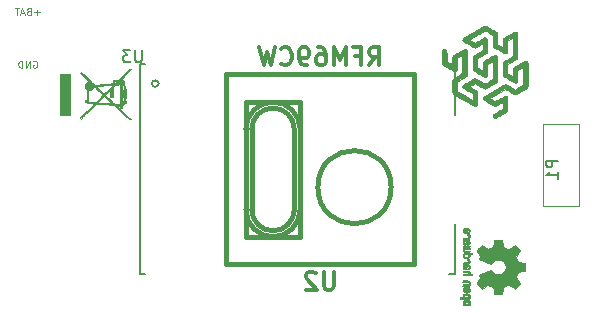
<source format=gbo>
G04 #@! TF.FileFunction,Legend,Bot*
%FSLAX46Y46*%
G04 Gerber Fmt 4.6, Leading zero omitted, Abs format (unit mm)*
G04 Created by KiCad (PCBNEW 4.0.7-e2-6376~60~ubuntu17.10.1) date Tue Dec  5 13:17:51 2017*
%MOMM*%
%LPD*%
G01*
G04 APERTURE LIST*
%ADD10C,0.100000*%
%ADD11C,0.010000*%
%ADD12C,0.150000*%
%ADD13C,0.381000*%
%ADD14C,0.304800*%
G04 APERTURE END LIST*
D10*
X149682142Y-85425000D02*
X149739285Y-85396429D01*
X149824999Y-85396429D01*
X149910714Y-85425000D01*
X149967856Y-85482143D01*
X149996428Y-85539286D01*
X150024999Y-85653571D01*
X150024999Y-85739286D01*
X149996428Y-85853571D01*
X149967856Y-85910714D01*
X149910714Y-85967857D01*
X149824999Y-85996429D01*
X149767856Y-85996429D01*
X149682142Y-85967857D01*
X149653571Y-85939286D01*
X149653571Y-85739286D01*
X149767856Y-85739286D01*
X149396428Y-85996429D02*
X149396428Y-85396429D01*
X149053571Y-85996429D01*
X149053571Y-85396429D01*
X148767857Y-85996429D02*
X148767857Y-85396429D01*
X148625000Y-85396429D01*
X148539285Y-85425000D01*
X148482143Y-85482143D01*
X148453571Y-85539286D01*
X148425000Y-85653571D01*
X148425000Y-85739286D01*
X148453571Y-85853571D01*
X148482143Y-85910714D01*
X148539285Y-85967857D01*
X148625000Y-85996429D01*
X148767857Y-85996429D01*
X150239286Y-81322857D02*
X149782143Y-81322857D01*
X150010714Y-81551429D02*
X150010714Y-81094286D01*
X149296429Y-81237143D02*
X149210715Y-81265714D01*
X149182143Y-81294286D01*
X149153572Y-81351429D01*
X149153572Y-81437143D01*
X149182143Y-81494286D01*
X149210715Y-81522857D01*
X149267857Y-81551429D01*
X149496429Y-81551429D01*
X149496429Y-80951429D01*
X149296429Y-80951429D01*
X149239286Y-80980000D01*
X149210715Y-81008571D01*
X149182143Y-81065714D01*
X149182143Y-81122857D01*
X149210715Y-81180000D01*
X149239286Y-81208571D01*
X149296429Y-81237143D01*
X149496429Y-81237143D01*
X148925000Y-81380000D02*
X148639286Y-81380000D01*
X148982143Y-81551429D02*
X148782143Y-80951429D01*
X148582143Y-81551429D01*
X148467857Y-80951429D02*
X148125000Y-80951429D01*
X148296429Y-81551429D02*
X148296429Y-80951429D01*
D11*
G36*
X186675082Y-105270256D02*
X186647432Y-105214799D01*
X186596520Y-105165852D01*
X186577662Y-105152371D01*
X186552985Y-105137686D01*
X186526184Y-105128158D01*
X186490413Y-105122707D01*
X186438831Y-105120253D01*
X186370733Y-105119714D01*
X186277412Y-105122148D01*
X186207343Y-105130606D01*
X186155069Y-105146826D01*
X186115131Y-105172546D01*
X186082071Y-105209503D01*
X186080114Y-105212218D01*
X186060092Y-105248640D01*
X186050185Y-105292498D01*
X186047743Y-105348276D01*
X186047743Y-105438952D01*
X185959717Y-105438990D01*
X185910692Y-105439834D01*
X185881935Y-105444976D01*
X185864689Y-105458413D01*
X185850192Y-105484142D01*
X185847231Y-105490321D01*
X185833352Y-105519236D01*
X185824586Y-105541624D01*
X185823829Y-105558271D01*
X185833977Y-105569964D01*
X185857927Y-105577490D01*
X185898574Y-105581634D01*
X185958814Y-105583185D01*
X186041545Y-105582929D01*
X186149661Y-105581651D01*
X186182000Y-105581252D01*
X186293476Y-105579815D01*
X186366397Y-105578528D01*
X186366397Y-105439029D01*
X186304501Y-105438245D01*
X186264003Y-105434760D01*
X186237292Y-105426876D01*
X186216756Y-105412895D01*
X186206740Y-105403403D01*
X186177433Y-105364596D01*
X186175048Y-105330237D01*
X186199250Y-105294784D01*
X186200143Y-105293886D01*
X186218847Y-105279461D01*
X186244268Y-105270687D01*
X186283416Y-105266261D01*
X186343303Y-105264882D01*
X186356570Y-105264857D01*
X186439099Y-105268188D01*
X186496309Y-105279031D01*
X186531234Y-105298660D01*
X186546906Y-105328350D01*
X186548486Y-105345509D01*
X186541074Y-105386234D01*
X186516670Y-105414168D01*
X186472020Y-105430983D01*
X186403870Y-105438350D01*
X186366397Y-105439029D01*
X186366397Y-105578528D01*
X186379755Y-105578292D01*
X186444667Y-105576323D01*
X186492042Y-105573550D01*
X186525710Y-105569612D01*
X186549502Y-105564151D01*
X186567247Y-105556808D01*
X186582776Y-105547223D01*
X186588619Y-105543113D01*
X186643815Y-105488595D01*
X186675110Y-105419664D01*
X186683835Y-105339928D01*
X186675082Y-105270256D01*
X186675082Y-105270256D01*
G37*
X186675082Y-105270256D02*
X186647432Y-105214799D01*
X186596520Y-105165852D01*
X186577662Y-105152371D01*
X186552985Y-105137686D01*
X186526184Y-105128158D01*
X186490413Y-105122707D01*
X186438831Y-105120253D01*
X186370733Y-105119714D01*
X186277412Y-105122148D01*
X186207343Y-105130606D01*
X186155069Y-105146826D01*
X186115131Y-105172546D01*
X186082071Y-105209503D01*
X186080114Y-105212218D01*
X186060092Y-105248640D01*
X186050185Y-105292498D01*
X186047743Y-105348276D01*
X186047743Y-105438952D01*
X185959717Y-105438990D01*
X185910692Y-105439834D01*
X185881935Y-105444976D01*
X185864689Y-105458413D01*
X185850192Y-105484142D01*
X185847231Y-105490321D01*
X185833352Y-105519236D01*
X185824586Y-105541624D01*
X185823829Y-105558271D01*
X185833977Y-105569964D01*
X185857927Y-105577490D01*
X185898574Y-105581634D01*
X185958814Y-105583185D01*
X186041545Y-105582929D01*
X186149661Y-105581651D01*
X186182000Y-105581252D01*
X186293476Y-105579815D01*
X186366397Y-105578528D01*
X186366397Y-105439029D01*
X186304501Y-105438245D01*
X186264003Y-105434760D01*
X186237292Y-105426876D01*
X186216756Y-105412895D01*
X186206740Y-105403403D01*
X186177433Y-105364596D01*
X186175048Y-105330237D01*
X186199250Y-105294784D01*
X186200143Y-105293886D01*
X186218847Y-105279461D01*
X186244268Y-105270687D01*
X186283416Y-105266261D01*
X186343303Y-105264882D01*
X186356570Y-105264857D01*
X186439099Y-105268188D01*
X186496309Y-105279031D01*
X186531234Y-105298660D01*
X186546906Y-105328350D01*
X186548486Y-105345509D01*
X186541074Y-105386234D01*
X186516670Y-105414168D01*
X186472020Y-105430983D01*
X186403870Y-105438350D01*
X186366397Y-105439029D01*
X186366397Y-105578528D01*
X186379755Y-105578292D01*
X186444667Y-105576323D01*
X186492042Y-105573550D01*
X186525710Y-105569612D01*
X186549502Y-105564151D01*
X186567247Y-105556808D01*
X186582776Y-105547223D01*
X186588619Y-105543113D01*
X186643815Y-105488595D01*
X186675110Y-105419664D01*
X186683835Y-105339928D01*
X186675082Y-105270256D01*
G36*
X186667220Y-104153907D02*
X186640277Y-104107328D01*
X186613534Y-104074943D01*
X186585516Y-104051258D01*
X186551252Y-104034941D01*
X186505773Y-104024661D01*
X186444108Y-104019086D01*
X186361289Y-104016884D01*
X186301754Y-104016629D01*
X186082609Y-104016629D01*
X186054956Y-104078314D01*
X186027303Y-104140000D01*
X186267330Y-104147257D01*
X186356972Y-104150256D01*
X186422038Y-104153402D01*
X186466974Y-104157299D01*
X186496230Y-104162553D01*
X186514252Y-104169769D01*
X186525489Y-104179550D01*
X186527921Y-104182688D01*
X186546917Y-104230239D01*
X186539400Y-104278303D01*
X186519457Y-104306914D01*
X186505325Y-104318553D01*
X186486780Y-104326609D01*
X186458666Y-104331729D01*
X186415827Y-104334559D01*
X186353105Y-104335744D01*
X186287739Y-104335943D01*
X186205732Y-104335982D01*
X186147684Y-104337386D01*
X186108535Y-104342086D01*
X186083220Y-104352013D01*
X186066677Y-104369097D01*
X186053844Y-104395268D01*
X186040509Y-104430225D01*
X186025993Y-104468404D01*
X186283611Y-104463859D01*
X186376481Y-104462029D01*
X186445111Y-104459888D01*
X186494289Y-104456819D01*
X186528802Y-104452206D01*
X186553438Y-104445432D01*
X186572984Y-104435881D01*
X186590230Y-104424366D01*
X186645320Y-104368810D01*
X186677178Y-104301020D01*
X186684809Y-104227287D01*
X186667220Y-104153907D01*
X186667220Y-104153907D01*
G37*
X186667220Y-104153907D02*
X186640277Y-104107328D01*
X186613534Y-104074943D01*
X186585516Y-104051258D01*
X186551252Y-104034941D01*
X186505773Y-104024661D01*
X186444108Y-104019086D01*
X186361289Y-104016884D01*
X186301754Y-104016629D01*
X186082609Y-104016629D01*
X186054956Y-104078314D01*
X186027303Y-104140000D01*
X186267330Y-104147257D01*
X186356972Y-104150256D01*
X186422038Y-104153402D01*
X186466974Y-104157299D01*
X186496230Y-104162553D01*
X186514252Y-104169769D01*
X186525489Y-104179550D01*
X186527921Y-104182688D01*
X186546917Y-104230239D01*
X186539400Y-104278303D01*
X186519457Y-104306914D01*
X186505325Y-104318553D01*
X186486780Y-104326609D01*
X186458666Y-104331729D01*
X186415827Y-104334559D01*
X186353105Y-104335744D01*
X186287739Y-104335943D01*
X186205732Y-104335982D01*
X186147684Y-104337386D01*
X186108535Y-104342086D01*
X186083220Y-104352013D01*
X186066677Y-104369097D01*
X186053844Y-104395268D01*
X186040509Y-104430225D01*
X186025993Y-104468404D01*
X186283611Y-104463859D01*
X186376481Y-104462029D01*
X186445111Y-104459888D01*
X186494289Y-104456819D01*
X186528802Y-104452206D01*
X186553438Y-104445432D01*
X186572984Y-104435881D01*
X186590230Y-104424366D01*
X186645320Y-104368810D01*
X186677178Y-104301020D01*
X186684809Y-104227287D01*
X186667220Y-104153907D01*
G36*
X186673038Y-105828885D02*
X186637267Y-105760855D01*
X186579699Y-105710649D01*
X186542688Y-105692815D01*
X186487118Y-105678937D01*
X186416904Y-105671833D01*
X186340273Y-105671160D01*
X186265448Y-105676573D01*
X186200658Y-105687730D01*
X186154127Y-105704286D01*
X186146113Y-105709374D01*
X186086293Y-105769645D01*
X186050465Y-105841231D01*
X186039980Y-105918908D01*
X186056190Y-105997452D01*
X186065908Y-106019311D01*
X186095857Y-106061878D01*
X186135567Y-106099237D01*
X186140603Y-106102768D01*
X186164876Y-106117119D01*
X186190822Y-106126606D01*
X186224978Y-106132210D01*
X186273881Y-106134914D01*
X186344065Y-106135701D01*
X186359800Y-106135714D01*
X186364808Y-106135678D01*
X186364808Y-105990571D01*
X186298570Y-105989727D01*
X186254614Y-105986404D01*
X186226221Y-105979417D01*
X186206675Y-105967584D01*
X186200143Y-105961543D01*
X186175320Y-105926814D01*
X186176452Y-105893097D01*
X186197984Y-105859005D01*
X186220971Y-105838671D01*
X186254522Y-105826629D01*
X186307431Y-105819866D01*
X186313601Y-105819402D01*
X186409487Y-105818248D01*
X186480701Y-105830312D01*
X186526806Y-105855430D01*
X186547365Y-105893440D01*
X186548486Y-105907008D01*
X186542848Y-105942636D01*
X186523314Y-105967006D01*
X186485958Y-105981907D01*
X186426850Y-105989125D01*
X186364808Y-105990571D01*
X186364808Y-106135678D01*
X186434587Y-106135174D01*
X186486841Y-106132904D01*
X186523051Y-106127932D01*
X186549701Y-106119287D01*
X186573278Y-106105995D01*
X186577662Y-106103057D01*
X186636751Y-106053687D01*
X186671053Y-105999891D01*
X186684669Y-105934398D01*
X186685335Y-105912158D01*
X186673038Y-105828885D01*
X186673038Y-105828885D01*
G37*
X186673038Y-105828885D02*
X186637267Y-105760855D01*
X186579699Y-105710649D01*
X186542688Y-105692815D01*
X186487118Y-105678937D01*
X186416904Y-105671833D01*
X186340273Y-105671160D01*
X186265448Y-105676573D01*
X186200658Y-105687730D01*
X186154127Y-105704286D01*
X186146113Y-105709374D01*
X186086293Y-105769645D01*
X186050465Y-105841231D01*
X186039980Y-105918908D01*
X186056190Y-105997452D01*
X186065908Y-106019311D01*
X186095857Y-106061878D01*
X186135567Y-106099237D01*
X186140603Y-106102768D01*
X186164876Y-106117119D01*
X186190822Y-106126606D01*
X186224978Y-106132210D01*
X186273881Y-106134914D01*
X186344065Y-106135701D01*
X186359800Y-106135714D01*
X186364808Y-106135678D01*
X186364808Y-105990571D01*
X186298570Y-105989727D01*
X186254614Y-105986404D01*
X186226221Y-105979417D01*
X186206675Y-105967584D01*
X186200143Y-105961543D01*
X186175320Y-105926814D01*
X186176452Y-105893097D01*
X186197984Y-105859005D01*
X186220971Y-105838671D01*
X186254522Y-105826629D01*
X186307431Y-105819866D01*
X186313601Y-105819402D01*
X186409487Y-105818248D01*
X186480701Y-105830312D01*
X186526806Y-105855430D01*
X186547365Y-105893440D01*
X186548486Y-105907008D01*
X186542848Y-105942636D01*
X186523314Y-105967006D01*
X186485958Y-105981907D01*
X186426850Y-105989125D01*
X186364808Y-105990571D01*
X186364808Y-106135678D01*
X186434587Y-106135174D01*
X186486841Y-106132904D01*
X186523051Y-106127932D01*
X186549701Y-106119287D01*
X186573278Y-106105995D01*
X186577662Y-106103057D01*
X186636751Y-106053687D01*
X186671053Y-105999891D01*
X186684669Y-105934398D01*
X186685335Y-105912158D01*
X186673038Y-105828885D01*
G36*
X186663761Y-104701697D02*
X186625265Y-104644473D01*
X186569665Y-104600251D01*
X186498914Y-104573833D01*
X186446838Y-104568490D01*
X186425107Y-104569097D01*
X186408469Y-104574178D01*
X186393563Y-104588145D01*
X186377027Y-104615411D01*
X186355502Y-104660388D01*
X186325626Y-104727489D01*
X186325476Y-104727829D01*
X186297187Y-104789593D01*
X186272067Y-104840241D01*
X186252821Y-104874596D01*
X186242152Y-104887482D01*
X186242066Y-104887486D01*
X186218834Y-104876128D01*
X186193226Y-104849569D01*
X186174779Y-104819077D01*
X186171114Y-104803630D01*
X186183788Y-104761485D01*
X186215529Y-104725192D01*
X186250428Y-104707483D01*
X186276155Y-104690448D01*
X186305454Y-104657078D01*
X186330765Y-104617851D01*
X186344529Y-104583244D01*
X186345286Y-104576007D01*
X186332840Y-104567861D01*
X186301028Y-104567370D01*
X186258134Y-104573357D01*
X186212442Y-104584643D01*
X186172239Y-104600050D01*
X186170678Y-104600829D01*
X186105938Y-104647196D01*
X186061903Y-104707289D01*
X186040289Y-104775535D01*
X186042815Y-104846362D01*
X186071196Y-104914196D01*
X186073192Y-104917212D01*
X186121552Y-104970573D01*
X186184648Y-105005660D01*
X186267613Y-105025078D01*
X186290922Y-105027684D01*
X186400945Y-105032299D01*
X186452252Y-105026767D01*
X186452252Y-104887486D01*
X186420247Y-104885676D01*
X186410907Y-104875778D01*
X186417895Y-104851102D01*
X186434413Y-104812205D01*
X186455119Y-104768725D01*
X186455667Y-104767644D01*
X186475051Y-104730791D01*
X186487987Y-104716000D01*
X186501549Y-104719647D01*
X186519368Y-104735005D01*
X186545155Y-104774077D01*
X186547050Y-104816154D01*
X186528283Y-104853897D01*
X186492085Y-104879966D01*
X186452252Y-104887486D01*
X186452252Y-105026767D01*
X186488973Y-105022806D01*
X186558788Y-104998450D01*
X186607698Y-104964544D01*
X186657122Y-104903347D01*
X186681641Y-104835937D01*
X186683203Y-104767120D01*
X186663761Y-104701697D01*
X186663761Y-104701697D01*
G37*
X186663761Y-104701697D02*
X186625265Y-104644473D01*
X186569665Y-104600251D01*
X186498914Y-104573833D01*
X186446838Y-104568490D01*
X186425107Y-104569097D01*
X186408469Y-104574178D01*
X186393563Y-104588145D01*
X186377027Y-104615411D01*
X186355502Y-104660388D01*
X186325626Y-104727489D01*
X186325476Y-104727829D01*
X186297187Y-104789593D01*
X186272067Y-104840241D01*
X186252821Y-104874596D01*
X186242152Y-104887482D01*
X186242066Y-104887486D01*
X186218834Y-104876128D01*
X186193226Y-104849569D01*
X186174779Y-104819077D01*
X186171114Y-104803630D01*
X186183788Y-104761485D01*
X186215529Y-104725192D01*
X186250428Y-104707483D01*
X186276155Y-104690448D01*
X186305454Y-104657078D01*
X186330765Y-104617851D01*
X186344529Y-104583244D01*
X186345286Y-104576007D01*
X186332840Y-104567861D01*
X186301028Y-104567370D01*
X186258134Y-104573357D01*
X186212442Y-104584643D01*
X186172239Y-104600050D01*
X186170678Y-104600829D01*
X186105938Y-104647196D01*
X186061903Y-104707289D01*
X186040289Y-104775535D01*
X186042815Y-104846362D01*
X186071196Y-104914196D01*
X186073192Y-104917212D01*
X186121552Y-104970573D01*
X186184648Y-105005660D01*
X186267613Y-105025078D01*
X186290922Y-105027684D01*
X186400945Y-105032299D01*
X186452252Y-105026767D01*
X186452252Y-104887486D01*
X186420247Y-104885676D01*
X186410907Y-104875778D01*
X186417895Y-104851102D01*
X186434413Y-104812205D01*
X186455119Y-104768725D01*
X186455667Y-104767644D01*
X186475051Y-104730791D01*
X186487987Y-104716000D01*
X186501549Y-104719647D01*
X186519368Y-104735005D01*
X186545155Y-104774077D01*
X186547050Y-104816154D01*
X186528283Y-104853897D01*
X186492085Y-104879966D01*
X186452252Y-104887486D01*
X186452252Y-105026767D01*
X186488973Y-105022806D01*
X186558788Y-104998450D01*
X186607698Y-104964544D01*
X186657122Y-104903347D01*
X186681641Y-104835937D01*
X186683203Y-104767120D01*
X186663761Y-104701697D01*
G36*
X186743711Y-103494114D02*
X186684387Y-103489861D01*
X186649428Y-103484975D01*
X186634180Y-103478205D01*
X186633985Y-103468298D01*
X186635805Y-103465086D01*
X186648985Y-103422356D01*
X186648215Y-103366773D01*
X186634667Y-103310263D01*
X186617139Y-103274918D01*
X186589139Y-103238679D01*
X186557451Y-103212187D01*
X186517187Y-103194001D01*
X186463457Y-103182678D01*
X186391374Y-103176778D01*
X186296049Y-103174857D01*
X186277763Y-103174823D01*
X186072354Y-103174800D01*
X186056420Y-103220509D01*
X186045580Y-103252973D01*
X186040532Y-103270785D01*
X186040486Y-103271309D01*
X186054172Y-103273063D01*
X186091924Y-103274556D01*
X186148776Y-103275674D01*
X186219766Y-103276303D01*
X186262927Y-103276400D01*
X186348027Y-103276602D01*
X186409019Y-103277642D01*
X186450823Y-103280169D01*
X186478358Y-103284836D01*
X186496544Y-103292293D01*
X186510302Y-103303189D01*
X186516927Y-103309993D01*
X186543625Y-103356728D01*
X186545625Y-103407728D01*
X186523045Y-103453999D01*
X186514893Y-103462556D01*
X186499564Y-103475107D01*
X186481382Y-103483812D01*
X186455091Y-103489369D01*
X186415438Y-103492474D01*
X186357168Y-103493824D01*
X186276827Y-103494114D01*
X186072354Y-103494114D01*
X186056420Y-103539823D01*
X186045580Y-103572287D01*
X186040532Y-103590099D01*
X186040486Y-103590623D01*
X186054377Y-103591963D01*
X186093561Y-103593172D01*
X186154300Y-103594199D01*
X186232859Y-103594998D01*
X186325502Y-103595519D01*
X186428491Y-103595714D01*
X186825658Y-103595714D01*
X186845556Y-103548543D01*
X186865453Y-103501371D01*
X186743711Y-103494114D01*
X186743711Y-103494114D01*
G37*
X186743711Y-103494114D02*
X186684387Y-103489861D01*
X186649428Y-103484975D01*
X186634180Y-103478205D01*
X186633985Y-103468298D01*
X186635805Y-103465086D01*
X186648985Y-103422356D01*
X186648215Y-103366773D01*
X186634667Y-103310263D01*
X186617139Y-103274918D01*
X186589139Y-103238679D01*
X186557451Y-103212187D01*
X186517187Y-103194001D01*
X186463457Y-103182678D01*
X186391374Y-103176778D01*
X186296049Y-103174857D01*
X186277763Y-103174823D01*
X186072354Y-103174800D01*
X186056420Y-103220509D01*
X186045580Y-103252973D01*
X186040532Y-103270785D01*
X186040486Y-103271309D01*
X186054172Y-103273063D01*
X186091924Y-103274556D01*
X186148776Y-103275674D01*
X186219766Y-103276303D01*
X186262927Y-103276400D01*
X186348027Y-103276602D01*
X186409019Y-103277642D01*
X186450823Y-103280169D01*
X186478358Y-103284836D01*
X186496544Y-103292293D01*
X186510302Y-103303189D01*
X186516927Y-103309993D01*
X186543625Y-103356728D01*
X186545625Y-103407728D01*
X186523045Y-103453999D01*
X186514893Y-103462556D01*
X186499564Y-103475107D01*
X186481382Y-103483812D01*
X186455091Y-103489369D01*
X186415438Y-103492474D01*
X186357168Y-103493824D01*
X186276827Y-103494114D01*
X186072354Y-103494114D01*
X186056420Y-103539823D01*
X186045580Y-103572287D01*
X186040532Y-103590099D01*
X186040486Y-103590623D01*
X186054377Y-103591963D01*
X186093561Y-103593172D01*
X186154300Y-103594199D01*
X186232859Y-103594998D01*
X186325502Y-103595519D01*
X186428491Y-103595714D01*
X186825658Y-103595714D01*
X186845556Y-103548543D01*
X186865453Y-103501371D01*
X186743711Y-103494114D01*
G36*
X186644032Y-102830256D02*
X186622913Y-102773384D01*
X186622507Y-102772733D01*
X186596620Y-102737560D01*
X186566367Y-102711593D01*
X186526942Y-102693330D01*
X186473538Y-102681268D01*
X186401349Y-102673904D01*
X186305568Y-102669736D01*
X186291922Y-102669371D01*
X186086158Y-102664124D01*
X186063322Y-102708284D01*
X186047890Y-102740237D01*
X186040577Y-102759530D01*
X186040486Y-102760422D01*
X186053978Y-102763761D01*
X186090374Y-102766413D01*
X186143548Y-102768044D01*
X186186607Y-102768400D01*
X186256359Y-102768408D01*
X186300163Y-102771597D01*
X186321056Y-102782712D01*
X186322075Y-102806499D01*
X186306259Y-102847704D01*
X186277185Y-102909914D01*
X186253037Y-102955659D01*
X186232087Y-102979187D01*
X186209253Y-102986104D01*
X186208123Y-102986114D01*
X186168788Y-102974701D01*
X186147538Y-102940908D01*
X186144461Y-102889191D01*
X186144994Y-102851939D01*
X186134265Y-102832297D01*
X186108495Y-102820048D01*
X186075663Y-102812998D01*
X186057034Y-102823158D01*
X186054368Y-102826983D01*
X186043660Y-102862999D01*
X186042144Y-102913434D01*
X186049241Y-102965374D01*
X186062212Y-103002178D01*
X186105415Y-103053062D01*
X186165554Y-103081986D01*
X186212538Y-103087714D01*
X186254918Y-103083343D01*
X186289512Y-103067525D01*
X186320237Y-103036203D01*
X186351010Y-102985322D01*
X186385748Y-102910824D01*
X186387712Y-102906286D01*
X186418713Y-102839179D01*
X186444138Y-102797768D01*
X186466986Y-102780019D01*
X186490255Y-102783893D01*
X186516944Y-102807357D01*
X186523086Y-102814373D01*
X186546900Y-102861370D01*
X186545897Y-102910067D01*
X186522549Y-102952478D01*
X186479325Y-102980616D01*
X186470840Y-102983231D01*
X186429692Y-103008692D01*
X186409872Y-103040999D01*
X186390230Y-103087714D01*
X186441050Y-103087714D01*
X186514918Y-103073504D01*
X186582673Y-103031325D01*
X186605339Y-103009376D01*
X186634431Y-102959483D01*
X186647600Y-102896033D01*
X186644032Y-102830256D01*
X186644032Y-102830256D01*
G37*
X186644032Y-102830256D02*
X186622913Y-102773384D01*
X186622507Y-102772733D01*
X186596620Y-102737560D01*
X186566367Y-102711593D01*
X186526942Y-102693330D01*
X186473538Y-102681268D01*
X186401349Y-102673904D01*
X186305568Y-102669736D01*
X186291922Y-102669371D01*
X186086158Y-102664124D01*
X186063322Y-102708284D01*
X186047890Y-102740237D01*
X186040577Y-102759530D01*
X186040486Y-102760422D01*
X186053978Y-102763761D01*
X186090374Y-102766413D01*
X186143548Y-102768044D01*
X186186607Y-102768400D01*
X186256359Y-102768408D01*
X186300163Y-102771597D01*
X186321056Y-102782712D01*
X186322075Y-102806499D01*
X186306259Y-102847704D01*
X186277185Y-102909914D01*
X186253037Y-102955659D01*
X186232087Y-102979187D01*
X186209253Y-102986104D01*
X186208123Y-102986114D01*
X186168788Y-102974701D01*
X186147538Y-102940908D01*
X186144461Y-102889191D01*
X186144994Y-102851939D01*
X186134265Y-102832297D01*
X186108495Y-102820048D01*
X186075663Y-102812998D01*
X186057034Y-102823158D01*
X186054368Y-102826983D01*
X186043660Y-102862999D01*
X186042144Y-102913434D01*
X186049241Y-102965374D01*
X186062212Y-103002178D01*
X186105415Y-103053062D01*
X186165554Y-103081986D01*
X186212538Y-103087714D01*
X186254918Y-103083343D01*
X186289512Y-103067525D01*
X186320237Y-103036203D01*
X186351010Y-102985322D01*
X186385748Y-102910824D01*
X186387712Y-102906286D01*
X186418713Y-102839179D01*
X186444138Y-102797768D01*
X186466986Y-102780019D01*
X186490255Y-102783893D01*
X186516944Y-102807357D01*
X186523086Y-102814373D01*
X186546900Y-102861370D01*
X186545897Y-102910067D01*
X186522549Y-102952478D01*
X186479325Y-102980616D01*
X186470840Y-102983231D01*
X186429692Y-103008692D01*
X186409872Y-103040999D01*
X186390230Y-103087714D01*
X186441050Y-103087714D01*
X186514918Y-103073504D01*
X186582673Y-103031325D01*
X186605339Y-103009376D01*
X186634431Y-102959483D01*
X186647600Y-102896033D01*
X186644032Y-102830256D01*
G36*
X186645245Y-102340074D02*
X186620916Y-102274142D01*
X186577883Y-102220727D01*
X186547591Y-102199836D01*
X186492006Y-102177061D01*
X186451814Y-102177534D01*
X186424783Y-102201438D01*
X186420187Y-102210283D01*
X186405856Y-102248470D01*
X186409528Y-102267972D01*
X186433593Y-102274578D01*
X186446886Y-102274914D01*
X186495790Y-102287008D01*
X186530001Y-102318529D01*
X186546524Y-102362341D01*
X186542366Y-102411305D01*
X186520773Y-102451106D01*
X186508456Y-102464550D01*
X186493513Y-102474079D01*
X186470925Y-102480515D01*
X186435672Y-102484683D01*
X186382734Y-102487403D01*
X186307093Y-102489498D01*
X186283143Y-102490040D01*
X186201210Y-102492019D01*
X186143545Y-102494269D01*
X186105392Y-102497643D01*
X186081996Y-102502994D01*
X186068602Y-102511176D01*
X186060455Y-102523041D01*
X186056856Y-102530638D01*
X186044548Y-102562898D01*
X186040486Y-102581889D01*
X186054052Y-102588164D01*
X186095066Y-102591994D01*
X186164001Y-102593400D01*
X186261331Y-102592402D01*
X186276343Y-102592092D01*
X186365141Y-102589899D01*
X186429981Y-102587307D01*
X186475933Y-102583618D01*
X186508065Y-102578136D01*
X186531447Y-102570165D01*
X186551148Y-102559007D01*
X186559590Y-102553170D01*
X186596943Y-102519704D01*
X186625997Y-102482273D01*
X186628533Y-102477691D01*
X186648557Y-102410574D01*
X186645245Y-102340074D01*
X186645245Y-102340074D01*
G37*
X186645245Y-102340074D02*
X186620916Y-102274142D01*
X186577883Y-102220727D01*
X186547591Y-102199836D01*
X186492006Y-102177061D01*
X186451814Y-102177534D01*
X186424783Y-102201438D01*
X186420187Y-102210283D01*
X186405856Y-102248470D01*
X186409528Y-102267972D01*
X186433593Y-102274578D01*
X186446886Y-102274914D01*
X186495790Y-102287008D01*
X186530001Y-102318529D01*
X186546524Y-102362341D01*
X186542366Y-102411305D01*
X186520773Y-102451106D01*
X186508456Y-102464550D01*
X186493513Y-102474079D01*
X186470925Y-102480515D01*
X186435672Y-102484683D01*
X186382734Y-102487403D01*
X186307093Y-102489498D01*
X186283143Y-102490040D01*
X186201210Y-102492019D01*
X186143545Y-102494269D01*
X186105392Y-102497643D01*
X186081996Y-102502994D01*
X186068602Y-102511176D01*
X186060455Y-102523041D01*
X186056856Y-102530638D01*
X186044548Y-102562898D01*
X186040486Y-102581889D01*
X186054052Y-102588164D01*
X186095066Y-102591994D01*
X186164001Y-102593400D01*
X186261331Y-102592402D01*
X186276343Y-102592092D01*
X186365141Y-102589899D01*
X186429981Y-102587307D01*
X186475933Y-102583618D01*
X186508065Y-102578136D01*
X186531447Y-102570165D01*
X186551148Y-102559007D01*
X186559590Y-102553170D01*
X186596943Y-102519704D01*
X186625997Y-102482273D01*
X186628533Y-102477691D01*
X186648557Y-102410574D01*
X186645245Y-102340074D01*
G36*
X186529642Y-101679883D02*
X186421163Y-101680067D01*
X186337713Y-101680781D01*
X186275296Y-101682325D01*
X186229915Y-101684999D01*
X186197571Y-101689106D01*
X186174267Y-101694945D01*
X186156005Y-101702818D01*
X186145582Y-101708779D01*
X186089055Y-101758145D01*
X186053623Y-101820736D01*
X186040910Y-101889987D01*
X186052537Y-101959332D01*
X186073432Y-102000625D01*
X186109578Y-102043975D01*
X186153724Y-102073519D01*
X186211538Y-102091345D01*
X186288687Y-102099537D01*
X186345286Y-102100698D01*
X186349353Y-102100542D01*
X186349353Y-101999143D01*
X186284450Y-101998524D01*
X186241486Y-101995686D01*
X186213378Y-101989160D01*
X186193047Y-101977477D01*
X186177712Y-101963517D01*
X186148110Y-101916635D01*
X186145581Y-101866299D01*
X186170295Y-101818724D01*
X186173644Y-101815021D01*
X186191065Y-101799217D01*
X186211791Y-101789307D01*
X186242638Y-101783942D01*
X186290423Y-101781772D01*
X186343252Y-101781429D01*
X186409619Y-101782173D01*
X186453894Y-101785252D01*
X186482991Y-101791939D01*
X186503827Y-101803504D01*
X186514893Y-101812987D01*
X186542802Y-101857040D01*
X186546157Y-101907776D01*
X186524841Y-101956204D01*
X186516927Y-101965550D01*
X186499353Y-101981460D01*
X186478413Y-101991390D01*
X186447218Y-101996722D01*
X186398878Y-101998837D01*
X186349353Y-101999143D01*
X186349353Y-102100542D01*
X186436432Y-102097190D01*
X186504914Y-102085274D01*
X186556400Y-102062865D01*
X186596557Y-102027876D01*
X186617139Y-102000625D01*
X186639375Y-101951093D01*
X186649696Y-101893684D01*
X186646933Y-101840318D01*
X186635788Y-101810457D01*
X186632617Y-101798739D01*
X186644443Y-101790963D01*
X186676134Y-101785535D01*
X186724407Y-101781429D01*
X186778171Y-101776933D01*
X186810518Y-101770687D01*
X186829015Y-101759324D01*
X186841230Y-101739472D01*
X186846638Y-101727000D01*
X186866399Y-101679829D01*
X186529642Y-101679883D01*
X186529642Y-101679883D01*
G37*
X186529642Y-101679883D02*
X186421163Y-101680067D01*
X186337713Y-101680781D01*
X186275296Y-101682325D01*
X186229915Y-101684999D01*
X186197571Y-101689106D01*
X186174267Y-101694945D01*
X186156005Y-101702818D01*
X186145582Y-101708779D01*
X186089055Y-101758145D01*
X186053623Y-101820736D01*
X186040910Y-101889987D01*
X186052537Y-101959332D01*
X186073432Y-102000625D01*
X186109578Y-102043975D01*
X186153724Y-102073519D01*
X186211538Y-102091345D01*
X186288687Y-102099537D01*
X186345286Y-102100698D01*
X186349353Y-102100542D01*
X186349353Y-101999143D01*
X186284450Y-101998524D01*
X186241486Y-101995686D01*
X186213378Y-101989160D01*
X186193047Y-101977477D01*
X186177712Y-101963517D01*
X186148110Y-101916635D01*
X186145581Y-101866299D01*
X186170295Y-101818724D01*
X186173644Y-101815021D01*
X186191065Y-101799217D01*
X186211791Y-101789307D01*
X186242638Y-101783942D01*
X186290423Y-101781772D01*
X186343252Y-101781429D01*
X186409619Y-101782173D01*
X186453894Y-101785252D01*
X186482991Y-101791939D01*
X186503827Y-101803504D01*
X186514893Y-101812987D01*
X186542802Y-101857040D01*
X186546157Y-101907776D01*
X186524841Y-101956204D01*
X186516927Y-101965550D01*
X186499353Y-101981460D01*
X186478413Y-101991390D01*
X186447218Y-101996722D01*
X186398878Y-101998837D01*
X186349353Y-101999143D01*
X186349353Y-102100542D01*
X186436432Y-102097190D01*
X186504914Y-102085274D01*
X186556400Y-102062865D01*
X186596557Y-102027876D01*
X186617139Y-102000625D01*
X186639375Y-101951093D01*
X186649696Y-101893684D01*
X186646933Y-101840318D01*
X186635788Y-101810457D01*
X186632617Y-101798739D01*
X186644443Y-101790963D01*
X186676134Y-101785535D01*
X186724407Y-101781429D01*
X186778171Y-101776933D01*
X186810518Y-101770687D01*
X186829015Y-101759324D01*
X186841230Y-101739472D01*
X186846638Y-101727000D01*
X186866399Y-101679829D01*
X186529642Y-101679883D01*
G36*
X186636337Y-101090167D02*
X186598150Y-101087952D01*
X186540114Y-101086216D01*
X186466820Y-101085101D01*
X186389945Y-101084743D01*
X186129804Y-101084743D01*
X186083873Y-101130674D01*
X186055571Y-101162325D01*
X186044107Y-101190110D01*
X186044832Y-101228085D01*
X186046679Y-101243160D01*
X186052052Y-101290274D01*
X186055131Y-101329244D01*
X186055415Y-101338743D01*
X186053555Y-101370767D01*
X186048886Y-101416568D01*
X186046679Y-101434326D01*
X186043265Y-101477943D01*
X186050680Y-101507255D01*
X186073573Y-101536320D01*
X186083873Y-101546812D01*
X186129804Y-101592743D01*
X186616398Y-101592743D01*
X186633242Y-101555774D01*
X186645718Y-101523941D01*
X186650086Y-101505317D01*
X186636282Y-101500542D01*
X186597714Y-101496079D01*
X186538644Y-101492225D01*
X186463337Y-101489278D01*
X186399714Y-101487857D01*
X186149343Y-101483886D01*
X186144444Y-101449241D01*
X186147869Y-101417732D01*
X186158959Y-101402292D01*
X186179692Y-101397977D01*
X186223855Y-101394292D01*
X186285854Y-101391531D01*
X186360091Y-101389988D01*
X186398294Y-101389765D01*
X186618217Y-101389543D01*
X186634151Y-101343834D01*
X186644985Y-101311482D01*
X186650038Y-101293885D01*
X186650086Y-101293377D01*
X186636352Y-101291612D01*
X186598270Y-101289671D01*
X186540518Y-101287718D01*
X186467773Y-101285916D01*
X186399714Y-101284657D01*
X186149343Y-101280686D01*
X186149343Y-101193600D01*
X186377760Y-101189604D01*
X186606178Y-101185608D01*
X186628132Y-101143153D01*
X186643207Y-101111808D01*
X186650049Y-101093256D01*
X186650086Y-101092721D01*
X186636337Y-101090167D01*
X186636337Y-101090167D01*
G37*
X186636337Y-101090167D02*
X186598150Y-101087952D01*
X186540114Y-101086216D01*
X186466820Y-101085101D01*
X186389945Y-101084743D01*
X186129804Y-101084743D01*
X186083873Y-101130674D01*
X186055571Y-101162325D01*
X186044107Y-101190110D01*
X186044832Y-101228085D01*
X186046679Y-101243160D01*
X186052052Y-101290274D01*
X186055131Y-101329244D01*
X186055415Y-101338743D01*
X186053555Y-101370767D01*
X186048886Y-101416568D01*
X186046679Y-101434326D01*
X186043265Y-101477943D01*
X186050680Y-101507255D01*
X186073573Y-101536320D01*
X186083873Y-101546812D01*
X186129804Y-101592743D01*
X186616398Y-101592743D01*
X186633242Y-101555774D01*
X186645718Y-101523941D01*
X186650086Y-101505317D01*
X186636282Y-101500542D01*
X186597714Y-101496079D01*
X186538644Y-101492225D01*
X186463337Y-101489278D01*
X186399714Y-101487857D01*
X186149343Y-101483886D01*
X186144444Y-101449241D01*
X186147869Y-101417732D01*
X186158959Y-101402292D01*
X186179692Y-101397977D01*
X186223855Y-101394292D01*
X186285854Y-101391531D01*
X186360091Y-101389988D01*
X186398294Y-101389765D01*
X186618217Y-101389543D01*
X186634151Y-101343834D01*
X186644985Y-101311482D01*
X186650038Y-101293885D01*
X186650086Y-101293377D01*
X186636352Y-101291612D01*
X186598270Y-101289671D01*
X186540518Y-101287718D01*
X186467773Y-101285916D01*
X186399714Y-101284657D01*
X186149343Y-101280686D01*
X186149343Y-101193600D01*
X186377760Y-101189604D01*
X186606178Y-101185608D01*
X186628132Y-101143153D01*
X186643207Y-101111808D01*
X186650049Y-101093256D01*
X186650086Y-101092721D01*
X186636337Y-101090167D01*
G36*
X186638665Y-100725124D02*
X186619656Y-100683333D01*
X186596622Y-100650531D01*
X186570867Y-100626497D01*
X186537642Y-100609903D01*
X186492200Y-100599423D01*
X186429793Y-100593729D01*
X186345673Y-100591493D01*
X186290279Y-100591257D01*
X186074174Y-100591257D01*
X186057330Y-100628226D01*
X186045019Y-100657344D01*
X186040486Y-100671769D01*
X186053975Y-100674528D01*
X186090347Y-100676718D01*
X186143458Y-100678058D01*
X186185628Y-100678343D01*
X186246553Y-100679566D01*
X186294885Y-100682864D01*
X186324482Y-100687679D01*
X186330771Y-100691504D01*
X186324348Y-100717217D01*
X186307875Y-100757582D01*
X186285542Y-100804321D01*
X186261543Y-100849155D01*
X186240070Y-100883807D01*
X186225315Y-100899998D01*
X186225155Y-100900062D01*
X186197848Y-100898670D01*
X186171781Y-100886182D01*
X186150608Y-100864257D01*
X186143526Y-100832257D01*
X186144351Y-100804908D01*
X186144958Y-100766174D01*
X186135884Y-100745842D01*
X186111908Y-100733631D01*
X186107387Y-100732091D01*
X186073194Y-100726797D01*
X186052432Y-100740953D01*
X186042538Y-100777852D01*
X186040708Y-100817711D01*
X186054273Y-100889438D01*
X186073645Y-100926568D01*
X186119155Y-100972424D01*
X186175017Y-100996744D01*
X186234043Y-100998927D01*
X186289047Y-100978371D01*
X186323514Y-100947451D01*
X186342811Y-100916580D01*
X186367241Y-100868058D01*
X186392015Y-100811515D01*
X186395801Y-100802090D01*
X186423209Y-100739981D01*
X186447366Y-100704178D01*
X186471381Y-100692663D01*
X186498365Y-100703420D01*
X186519457Y-100721886D01*
X186545428Y-100765531D01*
X186547376Y-100813554D01*
X186527363Y-100857594D01*
X186487449Y-100889291D01*
X186477152Y-100893451D01*
X186439276Y-100917673D01*
X186411158Y-100953035D01*
X186388083Y-100997657D01*
X186453515Y-100997657D01*
X186493494Y-100995031D01*
X186525003Y-100983770D01*
X186558622Y-100958801D01*
X186584516Y-100934831D01*
X186621183Y-100897559D01*
X186640879Y-100868599D01*
X186648780Y-100837495D01*
X186650086Y-100802287D01*
X186638665Y-100725124D01*
X186638665Y-100725124D01*
G37*
X186638665Y-100725124D02*
X186619656Y-100683333D01*
X186596622Y-100650531D01*
X186570867Y-100626497D01*
X186537642Y-100609903D01*
X186492200Y-100599423D01*
X186429793Y-100593729D01*
X186345673Y-100591493D01*
X186290279Y-100591257D01*
X186074174Y-100591257D01*
X186057330Y-100628226D01*
X186045019Y-100657344D01*
X186040486Y-100671769D01*
X186053975Y-100674528D01*
X186090347Y-100676718D01*
X186143458Y-100678058D01*
X186185628Y-100678343D01*
X186246553Y-100679566D01*
X186294885Y-100682864D01*
X186324482Y-100687679D01*
X186330771Y-100691504D01*
X186324348Y-100717217D01*
X186307875Y-100757582D01*
X186285542Y-100804321D01*
X186261543Y-100849155D01*
X186240070Y-100883807D01*
X186225315Y-100899998D01*
X186225155Y-100900062D01*
X186197848Y-100898670D01*
X186171781Y-100886182D01*
X186150608Y-100864257D01*
X186143526Y-100832257D01*
X186144351Y-100804908D01*
X186144958Y-100766174D01*
X186135884Y-100745842D01*
X186111908Y-100733631D01*
X186107387Y-100732091D01*
X186073194Y-100726797D01*
X186052432Y-100740953D01*
X186042538Y-100777852D01*
X186040708Y-100817711D01*
X186054273Y-100889438D01*
X186073645Y-100926568D01*
X186119155Y-100972424D01*
X186175017Y-100996744D01*
X186234043Y-100998927D01*
X186289047Y-100978371D01*
X186323514Y-100947451D01*
X186342811Y-100916580D01*
X186367241Y-100868058D01*
X186392015Y-100811515D01*
X186395801Y-100802090D01*
X186423209Y-100739981D01*
X186447366Y-100704178D01*
X186471381Y-100692663D01*
X186498365Y-100703420D01*
X186519457Y-100721886D01*
X186545428Y-100765531D01*
X186547376Y-100813554D01*
X186527363Y-100857594D01*
X186487449Y-100889291D01*
X186477152Y-100893451D01*
X186439276Y-100917673D01*
X186411158Y-100953035D01*
X186388083Y-100997657D01*
X186453515Y-100997657D01*
X186493494Y-100995031D01*
X186525003Y-100983770D01*
X186558622Y-100958801D01*
X186584516Y-100934831D01*
X186621183Y-100897559D01*
X186640879Y-100868599D01*
X186648780Y-100837495D01*
X186650086Y-100802287D01*
X186638665Y-100725124D01*
G36*
X186636248Y-100217400D02*
X186628666Y-100200052D01*
X186595872Y-100158644D01*
X186548453Y-100123235D01*
X186497849Y-100101336D01*
X186472902Y-100097771D01*
X186438073Y-100109721D01*
X186419643Y-100135933D01*
X186408484Y-100164036D01*
X186406428Y-100176905D01*
X186421351Y-100183171D01*
X186453825Y-100195544D01*
X186468498Y-100200972D01*
X186519256Y-100231410D01*
X186544573Y-100275480D01*
X186543794Y-100331990D01*
X186542797Y-100336175D01*
X186528493Y-100366345D01*
X186500607Y-100388524D01*
X186455713Y-100403673D01*
X186390385Y-100412750D01*
X186301196Y-100416714D01*
X186253739Y-100417086D01*
X186178929Y-100417270D01*
X186127931Y-100418478D01*
X186095529Y-100421691D01*
X186076505Y-100427891D01*
X186065644Y-100438060D01*
X186057728Y-100453181D01*
X186057330Y-100454054D01*
X186045019Y-100483172D01*
X186040486Y-100497597D01*
X186054191Y-100499814D01*
X186092075Y-100501711D01*
X186149285Y-100503153D01*
X186220973Y-100504002D01*
X186273435Y-100504171D01*
X186374953Y-100503308D01*
X186451968Y-100499930D01*
X186508977Y-100492858D01*
X186550474Y-100480912D01*
X186580957Y-100462910D01*
X186604920Y-100437673D01*
X186621645Y-100412753D01*
X186643903Y-100352829D01*
X186648924Y-100283089D01*
X186636248Y-100217400D01*
X186636248Y-100217400D01*
G37*
X186636248Y-100217400D02*
X186628666Y-100200052D01*
X186595872Y-100158644D01*
X186548453Y-100123235D01*
X186497849Y-100101336D01*
X186472902Y-100097771D01*
X186438073Y-100109721D01*
X186419643Y-100135933D01*
X186408484Y-100164036D01*
X186406428Y-100176905D01*
X186421351Y-100183171D01*
X186453825Y-100195544D01*
X186468498Y-100200972D01*
X186519256Y-100231410D01*
X186544573Y-100275480D01*
X186543794Y-100331990D01*
X186542797Y-100336175D01*
X186528493Y-100366345D01*
X186500607Y-100388524D01*
X186455713Y-100403673D01*
X186390385Y-100412750D01*
X186301196Y-100416714D01*
X186253739Y-100417086D01*
X186178929Y-100417270D01*
X186127931Y-100418478D01*
X186095529Y-100421691D01*
X186076505Y-100427891D01*
X186065644Y-100438060D01*
X186057728Y-100453181D01*
X186057330Y-100454054D01*
X186045019Y-100483172D01*
X186040486Y-100497597D01*
X186054191Y-100499814D01*
X186092075Y-100501711D01*
X186149285Y-100503153D01*
X186220973Y-100504002D01*
X186273435Y-100504171D01*
X186374953Y-100503308D01*
X186451968Y-100499930D01*
X186508977Y-100492858D01*
X186550474Y-100480912D01*
X186580957Y-100462910D01*
X186604920Y-100437673D01*
X186621645Y-100412753D01*
X186643903Y-100352829D01*
X186648924Y-100283089D01*
X186636248Y-100217400D01*
G36*
X186628034Y-99716405D02*
X186590503Y-99658979D01*
X186556904Y-99631281D01*
X186495936Y-99609338D01*
X186447692Y-99607595D01*
X186383184Y-99611543D01*
X186318066Y-99760314D01*
X186284798Y-99832651D01*
X186258036Y-99879916D01*
X186234856Y-99904493D01*
X186212333Y-99908763D01*
X186187545Y-99895111D01*
X186171114Y-99880057D01*
X186144765Y-99836254D01*
X186142919Y-99788611D01*
X186163454Y-99744855D01*
X186204248Y-99712711D01*
X186218653Y-99706962D01*
X186263644Y-99679424D01*
X186282818Y-99647742D01*
X186299221Y-99604286D01*
X186237034Y-99604286D01*
X186194717Y-99608128D01*
X186159031Y-99623177D01*
X186118057Y-99654720D01*
X186112733Y-99659408D01*
X186076280Y-99694494D01*
X186056717Y-99724653D01*
X186047717Y-99762385D01*
X186044770Y-99793665D01*
X186044035Y-99849615D01*
X186053340Y-99889445D01*
X186067154Y-99914292D01*
X186097533Y-99953344D01*
X186130387Y-99980375D01*
X186171706Y-99997483D01*
X186227479Y-100006762D01*
X186303695Y-100010307D01*
X186342378Y-100010590D01*
X186388753Y-100009628D01*
X186388753Y-99921993D01*
X186363874Y-99920977D01*
X186359800Y-99918444D01*
X186365335Y-99901726D01*
X186379983Y-99865751D01*
X186400810Y-99817669D01*
X186405286Y-99807614D01*
X186436186Y-99746848D01*
X186463343Y-99713368D01*
X186488780Y-99706010D01*
X186514519Y-99723609D01*
X186525891Y-99738144D01*
X186548636Y-99790590D01*
X186544878Y-99839678D01*
X186517116Y-99880773D01*
X186467848Y-99909242D01*
X186428743Y-99918369D01*
X186388753Y-99921993D01*
X186388753Y-100009628D01*
X186432751Y-100008715D01*
X186499616Y-100001804D01*
X186548305Y-99988116D01*
X186584151Y-99965904D01*
X186612487Y-99933426D01*
X186621645Y-99919267D01*
X186645493Y-99854947D01*
X186646994Y-99784527D01*
X186628034Y-99716405D01*
X186628034Y-99716405D01*
G37*
X186628034Y-99716405D02*
X186590503Y-99658979D01*
X186556904Y-99631281D01*
X186495936Y-99609338D01*
X186447692Y-99607595D01*
X186383184Y-99611543D01*
X186318066Y-99760314D01*
X186284798Y-99832651D01*
X186258036Y-99879916D01*
X186234856Y-99904493D01*
X186212333Y-99908763D01*
X186187545Y-99895111D01*
X186171114Y-99880057D01*
X186144765Y-99836254D01*
X186142919Y-99788611D01*
X186163454Y-99744855D01*
X186204248Y-99712711D01*
X186218653Y-99706962D01*
X186263644Y-99679424D01*
X186282818Y-99647742D01*
X186299221Y-99604286D01*
X186237034Y-99604286D01*
X186194717Y-99608128D01*
X186159031Y-99623177D01*
X186118057Y-99654720D01*
X186112733Y-99659408D01*
X186076280Y-99694494D01*
X186056717Y-99724653D01*
X186047717Y-99762385D01*
X186044770Y-99793665D01*
X186044035Y-99849615D01*
X186053340Y-99889445D01*
X186067154Y-99914292D01*
X186097533Y-99953344D01*
X186130387Y-99980375D01*
X186171706Y-99997483D01*
X186227479Y-100006762D01*
X186303695Y-100010307D01*
X186342378Y-100010590D01*
X186388753Y-100009628D01*
X186388753Y-99921993D01*
X186363874Y-99920977D01*
X186359800Y-99918444D01*
X186365335Y-99901726D01*
X186379983Y-99865751D01*
X186400810Y-99817669D01*
X186405286Y-99807614D01*
X186436186Y-99746848D01*
X186463343Y-99713368D01*
X186488780Y-99706010D01*
X186514519Y-99723609D01*
X186525891Y-99738144D01*
X186548636Y-99790590D01*
X186544878Y-99839678D01*
X186517116Y-99880773D01*
X186467848Y-99909242D01*
X186428743Y-99918369D01*
X186388753Y-99921993D01*
X186388753Y-100009628D01*
X186432751Y-100008715D01*
X186499616Y-100001804D01*
X186548305Y-99988116D01*
X186584151Y-99965904D01*
X186612487Y-99933426D01*
X186621645Y-99919267D01*
X186645493Y-99854947D01*
X186646994Y-99784527D01*
X186628034Y-99716405D01*
G36*
X191352652Y-102766090D02*
X191352222Y-102687546D01*
X191351058Y-102630702D01*
X191348793Y-102591895D01*
X191345060Y-102567462D01*
X191339494Y-102553738D01*
X191331727Y-102547060D01*
X191321395Y-102543764D01*
X191320057Y-102543444D01*
X191295921Y-102538438D01*
X191248299Y-102529171D01*
X191182259Y-102516608D01*
X191102872Y-102501713D01*
X191015204Y-102485449D01*
X191012125Y-102484881D01*
X190926211Y-102468590D01*
X190850304Y-102453348D01*
X190788955Y-102440139D01*
X190746718Y-102429946D01*
X190728145Y-102423752D01*
X190727816Y-102423457D01*
X190718747Y-102405212D01*
X190703633Y-102367595D01*
X190685738Y-102318729D01*
X190685642Y-102318457D01*
X190662507Y-102256907D01*
X190633035Y-102184343D01*
X190603403Y-102115943D01*
X190601938Y-102112706D01*
X190551374Y-102001298D01*
X190719840Y-101754601D01*
X190771197Y-101678923D01*
X190817111Y-101610369D01*
X190854970Y-101552912D01*
X190882163Y-101510524D01*
X190896079Y-101487175D01*
X190897111Y-101484958D01*
X190892516Y-101467990D01*
X190870345Y-101436299D01*
X190829553Y-101388648D01*
X190769095Y-101323802D01*
X190704773Y-101257603D01*
X190641388Y-101193786D01*
X190583549Y-101136671D01*
X190534825Y-101089695D01*
X190498790Y-101056297D01*
X190479016Y-101039915D01*
X190477998Y-101039306D01*
X190464428Y-101037495D01*
X190442267Y-101044317D01*
X190408522Y-101061460D01*
X190360200Y-101090607D01*
X190294308Y-101133445D01*
X190209483Y-101190552D01*
X190134823Y-101241234D01*
X190067860Y-101286539D01*
X190012484Y-101323850D01*
X189972580Y-101350548D01*
X189952038Y-101364015D01*
X189950644Y-101364863D01*
X189930962Y-101363219D01*
X189892707Y-101350755D01*
X189843111Y-101329952D01*
X189827272Y-101322538D01*
X189756710Y-101290186D01*
X189676647Y-101255672D01*
X189607371Y-101227635D01*
X189555955Y-101207432D01*
X189516881Y-101191385D01*
X189496459Y-101182112D01*
X189494886Y-101180959D01*
X189492279Y-101163904D01*
X189485137Y-101123702D01*
X189474477Y-101065698D01*
X189461315Y-100995237D01*
X189446667Y-100917665D01*
X189431551Y-100838328D01*
X189416982Y-100762569D01*
X189403978Y-100695736D01*
X189393555Y-100643172D01*
X189386730Y-100610224D01*
X189384801Y-100602143D01*
X189380038Y-100593795D01*
X189369282Y-100587494D01*
X189348902Y-100582955D01*
X189315266Y-100579896D01*
X189264745Y-100578033D01*
X189193708Y-100577082D01*
X189098524Y-100576760D01*
X189059508Y-100576743D01*
X188742201Y-100576743D01*
X188727161Y-100652943D01*
X188719005Y-100695337D01*
X188707101Y-100758600D01*
X188692884Y-100835038D01*
X188677790Y-100916957D01*
X188673645Y-100939600D01*
X188658947Y-101015194D01*
X188644495Y-101081047D01*
X188631625Y-101131634D01*
X188621678Y-101161426D01*
X188618713Y-101166388D01*
X188597717Y-101178574D01*
X188557033Y-101196047D01*
X188504678Y-101215423D01*
X188493400Y-101219266D01*
X188423477Y-101244661D01*
X188344582Y-101276183D01*
X188273734Y-101307031D01*
X188273405Y-101307183D01*
X188162267Y-101358553D01*
X187913747Y-101189601D01*
X187665228Y-101020648D01*
X187447942Y-101237571D01*
X187383274Y-101303181D01*
X187326267Y-101363021D01*
X187279967Y-101413733D01*
X187247416Y-101451954D01*
X187231657Y-101474325D01*
X187230657Y-101477534D01*
X187238531Y-101496374D01*
X187260422Y-101534820D01*
X187293733Y-101588670D01*
X187335869Y-101653724D01*
X187383057Y-101724060D01*
X187431190Y-101795445D01*
X187473072Y-101859092D01*
X187506129Y-101910959D01*
X187527782Y-101947005D01*
X187535457Y-101963133D01*
X187528963Y-101982811D01*
X187511850Y-102020125D01*
X187487674Y-102067379D01*
X187484987Y-102072388D01*
X187453073Y-102136023D01*
X187437421Y-102179659D01*
X187437255Y-102206798D01*
X187451796Y-102220943D01*
X187452000Y-102221025D01*
X187469221Y-102228095D01*
X187510101Y-102244958D01*
X187571475Y-102270305D01*
X187650181Y-102302829D01*
X187743053Y-102341222D01*
X187846928Y-102384178D01*
X187947498Y-102425778D01*
X188058484Y-102471496D01*
X188161297Y-102513474D01*
X188252785Y-102550452D01*
X188329799Y-102581173D01*
X188389185Y-102604378D01*
X188427791Y-102618810D01*
X188442200Y-102623257D01*
X188458728Y-102612104D01*
X188485070Y-102582931D01*
X188514113Y-102544029D01*
X188605961Y-102433243D01*
X188711241Y-102346649D01*
X188827734Y-102285284D01*
X188953224Y-102250185D01*
X189085493Y-102242392D01*
X189146543Y-102248057D01*
X189273205Y-102278922D01*
X189385059Y-102332080D01*
X189480999Y-102404233D01*
X189559924Y-102492083D01*
X189620730Y-102592335D01*
X189662313Y-102701690D01*
X189683572Y-102816853D01*
X189683401Y-102934525D01*
X189660699Y-103051410D01*
X189614362Y-103164211D01*
X189543287Y-103269631D01*
X189503089Y-103313632D01*
X189399871Y-103398021D01*
X189287075Y-103456778D01*
X189167990Y-103490296D01*
X189045905Y-103498965D01*
X188924107Y-103483177D01*
X188805884Y-103443322D01*
X188694525Y-103379793D01*
X188593316Y-103292979D01*
X188514113Y-103195971D01*
X188483838Y-103155563D01*
X188457781Y-103127018D01*
X188442175Y-103116743D01*
X188425157Y-103122123D01*
X188384500Y-103137425D01*
X188323358Y-103161388D01*
X188244881Y-103192756D01*
X188152220Y-103230268D01*
X188048528Y-103272667D01*
X187947474Y-103314337D01*
X187836393Y-103360310D01*
X187733459Y-103402893D01*
X187641835Y-103440779D01*
X187564684Y-103472660D01*
X187505169Y-103497229D01*
X187466456Y-103513180D01*
X187452000Y-103519090D01*
X187437315Y-103533052D01*
X187437358Y-103560060D01*
X187452901Y-103603587D01*
X187484716Y-103667110D01*
X187484987Y-103667612D01*
X187509677Y-103715440D01*
X187527662Y-103754103D01*
X187535386Y-103775905D01*
X187535457Y-103776867D01*
X187527622Y-103793279D01*
X187505835Y-103829513D01*
X187472672Y-103881526D01*
X187430709Y-103945275D01*
X187383057Y-104015940D01*
X187334809Y-104087884D01*
X187292849Y-104152726D01*
X187259773Y-104206265D01*
X187238179Y-104244303D01*
X187230657Y-104262467D01*
X187240543Y-104279192D01*
X187268174Y-104312820D01*
X187310505Y-104359990D01*
X187364495Y-104417342D01*
X187427101Y-104481516D01*
X187448017Y-104502503D01*
X187665377Y-104719501D01*
X187907780Y-104554332D01*
X187982219Y-104504136D01*
X188049028Y-104460081D01*
X188104335Y-104424638D01*
X188144271Y-104400281D01*
X188164964Y-104389478D01*
X188166437Y-104389162D01*
X188185942Y-104394857D01*
X188225178Y-104410174D01*
X188277570Y-104432463D01*
X188312645Y-104448107D01*
X188379799Y-104477359D01*
X188447642Y-104504906D01*
X188504966Y-104526263D01*
X188522428Y-104532065D01*
X188569062Y-104548548D01*
X188605095Y-104564660D01*
X188618713Y-104573510D01*
X188627048Y-104593040D01*
X188638863Y-104635666D01*
X188652819Y-104695855D01*
X188667578Y-104768078D01*
X188673645Y-104800400D01*
X188688727Y-104882478D01*
X188703331Y-104961205D01*
X188716020Y-105028891D01*
X188725358Y-105077840D01*
X188727161Y-105087057D01*
X188742201Y-105163257D01*
X189059508Y-105163257D01*
X189163846Y-105163086D01*
X189242787Y-105162384D01*
X189299962Y-105160866D01*
X189339001Y-105158251D01*
X189363535Y-105154254D01*
X189377195Y-105148591D01*
X189383611Y-105140980D01*
X189384801Y-105137857D01*
X189389020Y-105119022D01*
X189397438Y-105077412D01*
X189409039Y-105018370D01*
X189422805Y-104947243D01*
X189437720Y-104869375D01*
X189452768Y-104790113D01*
X189466931Y-104714802D01*
X189479194Y-104648787D01*
X189488539Y-104597413D01*
X189493950Y-104566025D01*
X189494886Y-104559041D01*
X189507404Y-104552715D01*
X189540754Y-104538710D01*
X189588623Y-104519645D01*
X189607371Y-104512366D01*
X189679805Y-104483004D01*
X189759830Y-104448429D01*
X189827272Y-104417463D01*
X189878841Y-104394677D01*
X189921215Y-104379518D01*
X189947166Y-104374458D01*
X189950644Y-104375264D01*
X189967064Y-104385959D01*
X190003583Y-104410380D01*
X190056313Y-104445905D01*
X190121365Y-104489913D01*
X190194849Y-104539783D01*
X190209355Y-104549644D01*
X190295296Y-104607508D01*
X190360739Y-104650044D01*
X190408696Y-104678946D01*
X190442180Y-104695910D01*
X190464205Y-104702633D01*
X190477783Y-104700810D01*
X190477869Y-104700764D01*
X190495703Y-104686414D01*
X190530183Y-104654677D01*
X190577732Y-104608990D01*
X190634778Y-104552796D01*
X190697745Y-104489532D01*
X190704773Y-104482398D01*
X190781980Y-104402670D01*
X190838670Y-104341143D01*
X190875890Y-104296579D01*
X190894685Y-104267743D01*
X190897111Y-104255042D01*
X190886529Y-104236506D01*
X190862084Y-104198039D01*
X190826388Y-104143614D01*
X190782053Y-104077202D01*
X190731689Y-104002775D01*
X190719840Y-103985399D01*
X190551374Y-103738703D01*
X190601938Y-103627294D01*
X190631405Y-103559543D01*
X190661041Y-103486817D01*
X190684670Y-103424297D01*
X190685642Y-103421543D01*
X190703543Y-103372640D01*
X190718680Y-103334943D01*
X190727790Y-103316575D01*
X190727816Y-103316544D01*
X190744283Y-103310715D01*
X190784781Y-103300808D01*
X190844758Y-103287805D01*
X190919660Y-103272691D01*
X191004936Y-103256448D01*
X191012125Y-103255119D01*
X191099986Y-103238825D01*
X191179740Y-103223867D01*
X191246319Y-103211209D01*
X191294653Y-103201814D01*
X191319675Y-103196646D01*
X191320057Y-103196556D01*
X191330701Y-103193411D01*
X191338738Y-103187296D01*
X191344533Y-103174547D01*
X191348453Y-103151500D01*
X191350865Y-103114491D01*
X191352135Y-103059856D01*
X191352629Y-102983933D01*
X191352714Y-102883056D01*
X191352714Y-102870000D01*
X191352652Y-102766090D01*
X191352652Y-102766090D01*
G37*
X191352652Y-102766090D02*
X191352222Y-102687546D01*
X191351058Y-102630702D01*
X191348793Y-102591895D01*
X191345060Y-102567462D01*
X191339494Y-102553738D01*
X191331727Y-102547060D01*
X191321395Y-102543764D01*
X191320057Y-102543444D01*
X191295921Y-102538438D01*
X191248299Y-102529171D01*
X191182259Y-102516608D01*
X191102872Y-102501713D01*
X191015204Y-102485449D01*
X191012125Y-102484881D01*
X190926211Y-102468590D01*
X190850304Y-102453348D01*
X190788955Y-102440139D01*
X190746718Y-102429946D01*
X190728145Y-102423752D01*
X190727816Y-102423457D01*
X190718747Y-102405212D01*
X190703633Y-102367595D01*
X190685738Y-102318729D01*
X190685642Y-102318457D01*
X190662507Y-102256907D01*
X190633035Y-102184343D01*
X190603403Y-102115943D01*
X190601938Y-102112706D01*
X190551374Y-102001298D01*
X190719840Y-101754601D01*
X190771197Y-101678923D01*
X190817111Y-101610369D01*
X190854970Y-101552912D01*
X190882163Y-101510524D01*
X190896079Y-101487175D01*
X190897111Y-101484958D01*
X190892516Y-101467990D01*
X190870345Y-101436299D01*
X190829553Y-101388648D01*
X190769095Y-101323802D01*
X190704773Y-101257603D01*
X190641388Y-101193786D01*
X190583549Y-101136671D01*
X190534825Y-101089695D01*
X190498790Y-101056297D01*
X190479016Y-101039915D01*
X190477998Y-101039306D01*
X190464428Y-101037495D01*
X190442267Y-101044317D01*
X190408522Y-101061460D01*
X190360200Y-101090607D01*
X190294308Y-101133445D01*
X190209483Y-101190552D01*
X190134823Y-101241234D01*
X190067860Y-101286539D01*
X190012484Y-101323850D01*
X189972580Y-101350548D01*
X189952038Y-101364015D01*
X189950644Y-101364863D01*
X189930962Y-101363219D01*
X189892707Y-101350755D01*
X189843111Y-101329952D01*
X189827272Y-101322538D01*
X189756710Y-101290186D01*
X189676647Y-101255672D01*
X189607371Y-101227635D01*
X189555955Y-101207432D01*
X189516881Y-101191385D01*
X189496459Y-101182112D01*
X189494886Y-101180959D01*
X189492279Y-101163904D01*
X189485137Y-101123702D01*
X189474477Y-101065698D01*
X189461315Y-100995237D01*
X189446667Y-100917665D01*
X189431551Y-100838328D01*
X189416982Y-100762569D01*
X189403978Y-100695736D01*
X189393555Y-100643172D01*
X189386730Y-100610224D01*
X189384801Y-100602143D01*
X189380038Y-100593795D01*
X189369282Y-100587494D01*
X189348902Y-100582955D01*
X189315266Y-100579896D01*
X189264745Y-100578033D01*
X189193708Y-100577082D01*
X189098524Y-100576760D01*
X189059508Y-100576743D01*
X188742201Y-100576743D01*
X188727161Y-100652943D01*
X188719005Y-100695337D01*
X188707101Y-100758600D01*
X188692884Y-100835038D01*
X188677790Y-100916957D01*
X188673645Y-100939600D01*
X188658947Y-101015194D01*
X188644495Y-101081047D01*
X188631625Y-101131634D01*
X188621678Y-101161426D01*
X188618713Y-101166388D01*
X188597717Y-101178574D01*
X188557033Y-101196047D01*
X188504678Y-101215423D01*
X188493400Y-101219266D01*
X188423477Y-101244661D01*
X188344582Y-101276183D01*
X188273734Y-101307031D01*
X188273405Y-101307183D01*
X188162267Y-101358553D01*
X187913747Y-101189601D01*
X187665228Y-101020648D01*
X187447942Y-101237571D01*
X187383274Y-101303181D01*
X187326267Y-101363021D01*
X187279967Y-101413733D01*
X187247416Y-101451954D01*
X187231657Y-101474325D01*
X187230657Y-101477534D01*
X187238531Y-101496374D01*
X187260422Y-101534820D01*
X187293733Y-101588670D01*
X187335869Y-101653724D01*
X187383057Y-101724060D01*
X187431190Y-101795445D01*
X187473072Y-101859092D01*
X187506129Y-101910959D01*
X187527782Y-101947005D01*
X187535457Y-101963133D01*
X187528963Y-101982811D01*
X187511850Y-102020125D01*
X187487674Y-102067379D01*
X187484987Y-102072388D01*
X187453073Y-102136023D01*
X187437421Y-102179659D01*
X187437255Y-102206798D01*
X187451796Y-102220943D01*
X187452000Y-102221025D01*
X187469221Y-102228095D01*
X187510101Y-102244958D01*
X187571475Y-102270305D01*
X187650181Y-102302829D01*
X187743053Y-102341222D01*
X187846928Y-102384178D01*
X187947498Y-102425778D01*
X188058484Y-102471496D01*
X188161297Y-102513474D01*
X188252785Y-102550452D01*
X188329799Y-102581173D01*
X188389185Y-102604378D01*
X188427791Y-102618810D01*
X188442200Y-102623257D01*
X188458728Y-102612104D01*
X188485070Y-102582931D01*
X188514113Y-102544029D01*
X188605961Y-102433243D01*
X188711241Y-102346649D01*
X188827734Y-102285284D01*
X188953224Y-102250185D01*
X189085493Y-102242392D01*
X189146543Y-102248057D01*
X189273205Y-102278922D01*
X189385059Y-102332080D01*
X189480999Y-102404233D01*
X189559924Y-102492083D01*
X189620730Y-102592335D01*
X189662313Y-102701690D01*
X189683572Y-102816853D01*
X189683401Y-102934525D01*
X189660699Y-103051410D01*
X189614362Y-103164211D01*
X189543287Y-103269631D01*
X189503089Y-103313632D01*
X189399871Y-103398021D01*
X189287075Y-103456778D01*
X189167990Y-103490296D01*
X189045905Y-103498965D01*
X188924107Y-103483177D01*
X188805884Y-103443322D01*
X188694525Y-103379793D01*
X188593316Y-103292979D01*
X188514113Y-103195971D01*
X188483838Y-103155563D01*
X188457781Y-103127018D01*
X188442175Y-103116743D01*
X188425157Y-103122123D01*
X188384500Y-103137425D01*
X188323358Y-103161388D01*
X188244881Y-103192756D01*
X188152220Y-103230268D01*
X188048528Y-103272667D01*
X187947474Y-103314337D01*
X187836393Y-103360310D01*
X187733459Y-103402893D01*
X187641835Y-103440779D01*
X187564684Y-103472660D01*
X187505169Y-103497229D01*
X187466456Y-103513180D01*
X187452000Y-103519090D01*
X187437315Y-103533052D01*
X187437358Y-103560060D01*
X187452901Y-103603587D01*
X187484716Y-103667110D01*
X187484987Y-103667612D01*
X187509677Y-103715440D01*
X187527662Y-103754103D01*
X187535386Y-103775905D01*
X187535457Y-103776867D01*
X187527622Y-103793279D01*
X187505835Y-103829513D01*
X187472672Y-103881526D01*
X187430709Y-103945275D01*
X187383057Y-104015940D01*
X187334809Y-104087884D01*
X187292849Y-104152726D01*
X187259773Y-104206265D01*
X187238179Y-104244303D01*
X187230657Y-104262467D01*
X187240543Y-104279192D01*
X187268174Y-104312820D01*
X187310505Y-104359990D01*
X187364495Y-104417342D01*
X187427101Y-104481516D01*
X187448017Y-104502503D01*
X187665377Y-104719501D01*
X187907780Y-104554332D01*
X187982219Y-104504136D01*
X188049028Y-104460081D01*
X188104335Y-104424638D01*
X188144271Y-104400281D01*
X188164964Y-104389478D01*
X188166437Y-104389162D01*
X188185942Y-104394857D01*
X188225178Y-104410174D01*
X188277570Y-104432463D01*
X188312645Y-104448107D01*
X188379799Y-104477359D01*
X188447642Y-104504906D01*
X188504966Y-104526263D01*
X188522428Y-104532065D01*
X188569062Y-104548548D01*
X188605095Y-104564660D01*
X188618713Y-104573510D01*
X188627048Y-104593040D01*
X188638863Y-104635666D01*
X188652819Y-104695855D01*
X188667578Y-104768078D01*
X188673645Y-104800400D01*
X188688727Y-104882478D01*
X188703331Y-104961205D01*
X188716020Y-105028891D01*
X188725358Y-105077840D01*
X188727161Y-105087057D01*
X188742201Y-105163257D01*
X189059508Y-105163257D01*
X189163846Y-105163086D01*
X189242787Y-105162384D01*
X189299962Y-105160866D01*
X189339001Y-105158251D01*
X189363535Y-105154254D01*
X189377195Y-105148591D01*
X189383611Y-105140980D01*
X189384801Y-105137857D01*
X189389020Y-105119022D01*
X189397438Y-105077412D01*
X189409039Y-105018370D01*
X189422805Y-104947243D01*
X189437720Y-104869375D01*
X189452768Y-104790113D01*
X189466931Y-104714802D01*
X189479194Y-104648787D01*
X189488539Y-104597413D01*
X189493950Y-104566025D01*
X189494886Y-104559041D01*
X189507404Y-104552715D01*
X189540754Y-104538710D01*
X189588623Y-104519645D01*
X189607371Y-104512366D01*
X189679805Y-104483004D01*
X189759830Y-104448429D01*
X189827272Y-104417463D01*
X189878841Y-104394677D01*
X189921215Y-104379518D01*
X189947166Y-104374458D01*
X189950644Y-104375264D01*
X189967064Y-104385959D01*
X190003583Y-104410380D01*
X190056313Y-104445905D01*
X190121365Y-104489913D01*
X190194849Y-104539783D01*
X190209355Y-104549644D01*
X190295296Y-104607508D01*
X190360739Y-104650044D01*
X190408696Y-104678946D01*
X190442180Y-104695910D01*
X190464205Y-104702633D01*
X190477783Y-104700810D01*
X190477869Y-104700764D01*
X190495703Y-104686414D01*
X190530183Y-104654677D01*
X190577732Y-104608990D01*
X190634778Y-104552796D01*
X190697745Y-104489532D01*
X190704773Y-104482398D01*
X190781980Y-104402670D01*
X190838670Y-104341143D01*
X190875890Y-104296579D01*
X190894685Y-104267743D01*
X190897111Y-104255042D01*
X190886529Y-104236506D01*
X190862084Y-104198039D01*
X190826388Y-104143614D01*
X190782053Y-104077202D01*
X190731689Y-104002775D01*
X190719840Y-103985399D01*
X190551374Y-103738703D01*
X190601938Y-103627294D01*
X190631405Y-103559543D01*
X190661041Y-103486817D01*
X190684670Y-103424297D01*
X190685642Y-103421543D01*
X190703543Y-103372640D01*
X190718680Y-103334943D01*
X190727790Y-103316575D01*
X190727816Y-103316544D01*
X190744283Y-103310715D01*
X190784781Y-103300808D01*
X190844758Y-103287805D01*
X190919660Y-103272691D01*
X191004936Y-103256448D01*
X191012125Y-103255119D01*
X191099986Y-103238825D01*
X191179740Y-103223867D01*
X191246319Y-103211209D01*
X191294653Y-103201814D01*
X191319675Y-103196646D01*
X191320057Y-103196556D01*
X191330701Y-103193411D01*
X191338738Y-103187296D01*
X191344533Y-103174547D01*
X191348453Y-103151500D01*
X191350865Y-103114491D01*
X191352135Y-103059856D01*
X191352629Y-102983933D01*
X191352714Y-102883056D01*
X191352714Y-102870000D01*
X191352652Y-102766090D01*
G36*
X151922178Y-86517178D02*
X151922178Y-90037971D01*
X152789802Y-90037971D01*
X152789802Y-86517178D01*
X151922178Y-86517178D01*
X151922178Y-86517178D01*
G37*
X151922178Y-86517178D02*
X151922178Y-90037971D01*
X152789802Y-90037971D01*
X152789802Y-86517178D01*
X151922178Y-86517178D01*
G36*
X157875152Y-86140570D02*
X157788069Y-86141189D01*
X157329109Y-86592914D01*
X156870148Y-87044639D01*
X156659529Y-87044968D01*
X156448911Y-87045297D01*
X156448911Y-87320390D01*
X156395470Y-87327478D01*
X156371112Y-87330162D01*
X156325241Y-87334687D01*
X156260595Y-87340809D01*
X156179909Y-87348288D01*
X156085919Y-87356881D01*
X155981363Y-87366346D01*
X155868975Y-87376442D01*
X155751493Y-87386926D01*
X155631652Y-87397556D01*
X155512189Y-87408091D01*
X155395841Y-87418287D01*
X155285343Y-87427905D01*
X155183431Y-87436700D01*
X155092842Y-87444432D01*
X155016313Y-87450858D01*
X154956579Y-87455737D01*
X154916376Y-87458825D01*
X154898441Y-87459883D01*
X154898356Y-87459882D01*
X154883965Y-87452173D01*
X154854252Y-87429019D01*
X154808869Y-87390105D01*
X154747471Y-87335116D01*
X154669712Y-87263736D01*
X154575246Y-87175651D01*
X154463728Y-87070546D01*
X154334812Y-86948105D01*
X154298713Y-86913690D01*
X153726584Y-86367863D01*
X153638564Y-86456119D01*
X153716242Y-86527515D01*
X153744314Y-86553634D01*
X153787726Y-86594434D01*
X153843634Y-86647223D01*
X153909192Y-86709309D01*
X153981559Y-86778000D01*
X154057888Y-86850604D01*
X154103476Y-86894040D01*
X154188881Y-86975584D01*
X154257290Y-87041496D01*
X154309947Y-87093456D01*
X154348095Y-87133145D01*
X154372980Y-87162243D01*
X154385844Y-87182431D01*
X154387932Y-87195390D01*
X154380487Y-87202800D01*
X154364754Y-87206342D01*
X154341977Y-87207697D01*
X154335761Y-87207879D01*
X154292939Y-87217297D01*
X154241181Y-87240503D01*
X154188672Y-87272864D01*
X154143597Y-87309748D01*
X154129672Y-87324507D01*
X154080953Y-87400233D01*
X154053694Y-87488692D01*
X154047227Y-87566900D01*
X154059424Y-87655532D01*
X154095187Y-87737388D01*
X154153278Y-87809836D01*
X154167738Y-87823203D01*
X154223267Y-87872082D01*
X154223267Y-88717674D01*
X154047227Y-88717674D01*
X154047227Y-88944010D01*
X154129469Y-88944010D01*
X154185614Y-88946850D01*
X154224584Y-88956393D01*
X154245781Y-88967991D01*
X154260948Y-88976277D01*
X154282938Y-88983373D01*
X154315013Y-88989748D01*
X154360431Y-88995872D01*
X154422452Y-89002216D01*
X154504338Y-89009250D01*
X154565254Y-89014066D01*
X154850657Y-89036161D01*
X154301195Y-89578565D01*
X154201772Y-89676637D01*
X154106185Y-89770784D01*
X154016190Y-89859285D01*
X153933543Y-89940420D01*
X153859999Y-90012469D01*
X153797316Y-90073712D01*
X153747248Y-90122427D01*
X153711552Y-90156896D01*
X153692005Y-90175379D01*
X153661056Y-90205743D01*
X153639470Y-90231071D01*
X153632277Y-90244695D01*
X153640703Y-90262095D01*
X153661755Y-90287460D01*
X153670329Y-90296058D01*
X153708380Y-90332514D01*
X153912342Y-90131802D01*
X153964301Y-90080596D01*
X154031180Y-90014569D01*
X154110050Y-89936618D01*
X154197986Y-89849638D01*
X154292059Y-89756526D01*
X154389342Y-89660179D01*
X154486907Y-89563492D01*
X154556855Y-89494134D01*
X154663450Y-89388703D01*
X154753693Y-89300129D01*
X154828808Y-89227281D01*
X154890014Y-89169023D01*
X154938534Y-89124225D01*
X154963871Y-89102021D01*
X154963871Y-88923724D01*
X154678445Y-88901401D01*
X154594781Y-88894669D01*
X154518273Y-88888157D01*
X154452919Y-88882234D01*
X154402719Y-88877268D01*
X154371671Y-88873629D01*
X154364727Y-88872458D01*
X154336435Y-88865838D01*
X154336435Y-87916364D01*
X154415394Y-87910026D01*
X154508685Y-87890890D01*
X154591209Y-87850846D01*
X154659962Y-87792418D01*
X154711937Y-87718129D01*
X154743137Y-87634748D01*
X154757772Y-87607698D01*
X154789181Y-87594156D01*
X154790566Y-87593872D01*
X154803826Y-87592247D01*
X154817405Y-87594256D01*
X154833819Y-87601858D01*
X154855589Y-87617016D01*
X154885233Y-87641688D01*
X154925268Y-87677836D01*
X154978215Y-87727420D01*
X155046591Y-87792401D01*
X155050995Y-87796599D01*
X155124389Y-87866493D01*
X155202563Y-87940800D01*
X155280136Y-88014414D01*
X155351725Y-88082229D01*
X155411949Y-88139140D01*
X155425413Y-88151832D01*
X155476180Y-88200487D01*
X155519625Y-88243709D01*
X155552759Y-88278395D01*
X155572595Y-88301444D01*
X155576954Y-88309182D01*
X155567830Y-88320722D01*
X155542800Y-88347710D01*
X155503948Y-88388021D01*
X155453357Y-88439529D01*
X155393112Y-88500109D01*
X155325296Y-88567636D01*
X155269435Y-88622826D01*
X154963871Y-88923724D01*
X154963871Y-89102021D01*
X154975589Y-89091751D01*
X155002401Y-89070471D01*
X155020192Y-89059251D01*
X155028430Y-89056754D01*
X155046410Y-89057700D01*
X155087108Y-89060573D01*
X155148181Y-89065187D01*
X155227287Y-89071358D01*
X155322086Y-89078898D01*
X155430233Y-89087621D01*
X155549388Y-89097343D01*
X155677209Y-89107876D01*
X155779365Y-89116365D01*
X156355326Y-89164396D01*
X156355326Y-89040805D01*
X156342896Y-89040273D01*
X156307890Y-89037769D01*
X156252785Y-89033496D01*
X156180057Y-89027653D01*
X156092186Y-89020443D01*
X155991649Y-89012066D01*
X155880923Y-89002723D01*
X155775795Y-88993758D01*
X155656517Y-88983602D01*
X155543920Y-88974142D01*
X155440695Y-88965596D01*
X155349527Y-88958179D01*
X155273105Y-88952108D01*
X155214117Y-88947601D01*
X155175251Y-88944873D01*
X155160156Y-88944116D01*
X155150762Y-88942935D01*
X155147034Y-88938256D01*
X155150529Y-88928276D01*
X155162801Y-88911190D01*
X155185406Y-88885196D01*
X155219900Y-88848490D01*
X155267838Y-88799267D01*
X155330776Y-88735726D01*
X155398032Y-88668305D01*
X155673523Y-88392601D01*
X155675594Y-88394533D01*
X155675594Y-88212290D01*
X155664220Y-88203984D01*
X155637437Y-88180733D01*
X155597708Y-88144865D01*
X155547493Y-88098713D01*
X155489254Y-88044606D01*
X155425453Y-87984874D01*
X155358551Y-87921848D01*
X155291010Y-87857858D01*
X155225290Y-87795236D01*
X155163854Y-87736310D01*
X155109163Y-87683412D01*
X155063678Y-87638872D01*
X155029862Y-87605020D01*
X155010174Y-87584188D01*
X155006163Y-87578506D01*
X155019109Y-87576634D01*
X155054866Y-87572746D01*
X155111196Y-87567057D01*
X155185860Y-87559781D01*
X155276620Y-87551131D01*
X155381238Y-87541322D01*
X155497474Y-87530566D01*
X155623092Y-87519079D01*
X155724382Y-87509907D01*
X155855721Y-87498174D01*
X155979448Y-87487335D01*
X156093319Y-87477570D01*
X156195089Y-87469063D01*
X156282513Y-87461995D01*
X156353347Y-87456549D01*
X156405347Y-87452908D01*
X156436268Y-87451253D01*
X156444297Y-87451442D01*
X156437146Y-87461334D01*
X156414159Y-87486524D01*
X156377561Y-87524810D01*
X156329578Y-87573989D01*
X156272434Y-87631861D01*
X156208353Y-87696222D01*
X156139562Y-87764871D01*
X156068284Y-87835605D01*
X155996745Y-87906222D01*
X155927170Y-87974520D01*
X155861783Y-88038296D01*
X155802809Y-88095350D01*
X155752473Y-88143478D01*
X155713001Y-88180478D01*
X155686617Y-88204148D01*
X155675594Y-88212290D01*
X155675594Y-88394533D01*
X155783705Y-88495409D01*
X155839623Y-88547768D01*
X155902052Y-88606535D01*
X155968557Y-88669385D01*
X156036702Y-88733995D01*
X156104052Y-88798042D01*
X156168172Y-88859203D01*
X156226628Y-88915153D01*
X156276982Y-88963570D01*
X156316802Y-89002130D01*
X156343650Y-89028509D01*
X156355092Y-89040384D01*
X156355326Y-89040805D01*
X156355326Y-89164396D01*
X156499274Y-89176401D01*
X157130842Y-89776938D01*
X157762411Y-90377475D01*
X157850685Y-90377034D01*
X157938960Y-90376592D01*
X157835334Y-90279583D01*
X157777537Y-90225291D01*
X157709632Y-90161192D01*
X157633428Y-90089016D01*
X157550731Y-90010492D01*
X157463347Y-89927349D01*
X157373085Y-89841319D01*
X157281750Y-89754130D01*
X157191151Y-89667513D01*
X157103093Y-89583197D01*
X157019385Y-89502912D01*
X156941833Y-89428387D01*
X156872243Y-89361354D01*
X156812424Y-89303541D01*
X156764182Y-89256679D01*
X156729324Y-89222496D01*
X156709657Y-89202724D01*
X156705884Y-89198390D01*
X156719008Y-89198092D01*
X156752611Y-89199731D01*
X156802120Y-89203023D01*
X156862963Y-89207682D01*
X156887268Y-89209682D01*
X157065049Y-89224577D01*
X157065049Y-89107955D01*
X157036757Y-89101934D01*
X157014382Y-89098863D01*
X156972283Y-89094548D01*
X156915822Y-89089488D01*
X156850365Y-89084181D01*
X156826138Y-89082344D01*
X156756579Y-89076927D01*
X156691982Y-89071459D01*
X156638452Y-89066488D01*
X156602090Y-89062561D01*
X156595491Y-89061675D01*
X156581944Y-89058334D01*
X156566086Y-89051101D01*
X156546139Y-89038440D01*
X156520327Y-89018811D01*
X156486871Y-88990678D01*
X156443993Y-88952502D01*
X156389917Y-88902746D01*
X156322864Y-88839871D01*
X156241057Y-88762341D01*
X156158050Y-88683251D01*
X156075906Y-88604564D01*
X155999831Y-88531112D01*
X155931675Y-88464724D01*
X155873288Y-88407227D01*
X155826519Y-88360451D01*
X155793218Y-88326224D01*
X155775233Y-88306373D01*
X155772558Y-88302140D01*
X155782259Y-88291003D01*
X155807559Y-88264971D01*
X155845918Y-88226570D01*
X155894800Y-88178328D01*
X155951666Y-88122770D01*
X155993094Y-88082592D01*
X156210000Y-87872831D01*
X156210000Y-88491337D01*
X156448911Y-88491337D01*
X156448911Y-87736881D01*
X156342458Y-87736881D01*
X156480346Y-87598565D01*
X156578160Y-87500447D01*
X156578160Y-87309357D01*
X156562730Y-87307529D01*
X156554133Y-87298277D01*
X156550387Y-87275950D01*
X156549511Y-87234895D01*
X156549505Y-87227624D01*
X156549505Y-87145891D01*
X156768828Y-87145891D01*
X156687821Y-87227624D01*
X156638572Y-87273730D01*
X156600841Y-87301306D01*
X156578160Y-87309357D01*
X156578160Y-87500447D01*
X156618234Y-87460248D01*
X156741048Y-87460248D01*
X156797550Y-87459863D01*
X156833495Y-87458100D01*
X156853470Y-87454050D01*
X156862063Y-87446801D01*
X156863861Y-87435870D01*
X156866502Y-87423712D01*
X156877088Y-87414727D01*
X156899619Y-87407826D01*
X156938091Y-87401924D01*
X156996502Y-87395935D01*
X157017896Y-87394013D01*
X157065049Y-87389852D01*
X157065049Y-89107955D01*
X157065049Y-89224577D01*
X157065049Y-89384109D01*
X157178218Y-89384109D01*
X157178218Y-89316314D01*
X157179304Y-89276662D01*
X157184546Y-89255116D01*
X157187666Y-89252480D01*
X157187666Y-89113616D01*
X157180538Y-89106308D01*
X157178338Y-89080993D01*
X157178218Y-89063908D01*
X157178218Y-89006881D01*
X157178218Y-88794221D01*
X157178218Y-87379698D01*
X157227214Y-87427542D01*
X157287676Y-87501850D01*
X157334309Y-87593816D01*
X157367751Y-87704998D01*
X157386247Y-87815471D01*
X157394878Y-87887773D01*
X157303960Y-87887773D01*
X157303960Y-88466188D01*
X157407107Y-88466188D01*
X157398504Y-88551065D01*
X157391244Y-88610368D01*
X157381621Y-88673551D01*
X157374748Y-88711386D01*
X157359593Y-88786832D01*
X157268905Y-88790526D01*
X157178218Y-88794221D01*
X157178218Y-89006881D01*
X157228515Y-89006881D01*
X157260024Y-89008544D01*
X157277537Y-89012697D01*
X157278812Y-89014371D01*
X157270746Y-89032987D01*
X157251180Y-89060183D01*
X157227056Y-89087448D01*
X157205318Y-89106267D01*
X157202492Y-89107943D01*
X157187666Y-89113616D01*
X157187666Y-89252480D01*
X157196919Y-89244662D01*
X157210396Y-89240442D01*
X157245373Y-89223219D01*
X157287421Y-89190138D01*
X157330644Y-89146893D01*
X157369146Y-89099174D01*
X157389199Y-89067830D01*
X157411149Y-89032123D01*
X157429589Y-89013819D01*
X157451332Y-89007388D01*
X157464282Y-89006894D01*
X157467425Y-89006894D01*
X157467425Y-88365594D01*
X157404554Y-88365594D01*
X157404554Y-87988367D01*
X157467425Y-87988367D01*
X157467425Y-88365594D01*
X157467425Y-89006894D01*
X157505148Y-89006881D01*
X157505148Y-88901048D01*
X157503971Y-88852355D01*
X157500835Y-88814405D01*
X157496329Y-88793308D01*
X157494505Y-88791023D01*
X157491705Y-88777641D01*
X157492852Y-88745074D01*
X157497607Y-88698916D01*
X157501997Y-88667376D01*
X157510622Y-88610188D01*
X157518409Y-88557886D01*
X157524153Y-88518582D01*
X157525785Y-88507055D01*
X157535112Y-88476937D01*
X157549728Y-88466188D01*
X157555680Y-88462920D01*
X157560222Y-88451230D01*
X157563530Y-88428288D01*
X157565785Y-88391265D01*
X157567166Y-88337332D01*
X157567850Y-88263660D01*
X157568020Y-88176980D01*
X157567923Y-88084471D01*
X157567470Y-88014094D01*
X157566410Y-87962836D01*
X157564497Y-87927680D01*
X157561481Y-87905611D01*
X157557115Y-87893615D01*
X157551151Y-87888676D01*
X157544216Y-87887773D01*
X157522205Y-87880079D01*
X157509679Y-87854879D01*
X157505212Y-87808991D01*
X157505148Y-87800736D01*
X157497132Y-87723027D01*
X157475064Y-87634767D01*
X157441916Y-87543915D01*
X157400661Y-87458430D01*
X157354269Y-87386274D01*
X157346918Y-87376928D01*
X157323002Y-87346467D01*
X157313424Y-87328428D01*
X157316520Y-87315831D01*
X157329296Y-87302900D01*
X157354322Y-87264707D01*
X157363929Y-87215002D01*
X157358933Y-87161476D01*
X157340149Y-87111822D01*
X157308394Y-87073733D01*
X157304703Y-87070975D01*
X157245425Y-87042474D01*
X157184066Y-87037172D01*
X157125573Y-87054482D01*
X157074896Y-87093820D01*
X157070711Y-87098630D01*
X157050833Y-87126560D01*
X157042079Y-87154898D01*
X157041447Y-87194737D01*
X157042008Y-87204689D01*
X157043438Y-87243668D01*
X157040161Y-87263746D01*
X157030272Y-87271015D01*
X157021039Y-87271760D01*
X156994256Y-87273284D01*
X156953975Y-87277065D01*
X156929876Y-87279782D01*
X156891599Y-87283723D01*
X156872004Y-87282084D01*
X156864842Y-87272579D01*
X156863861Y-87255649D01*
X156867099Y-87245608D01*
X156877580Y-87229410D01*
X156896452Y-87205855D01*
X156924865Y-87173743D01*
X156963965Y-87131872D01*
X157014903Y-87079043D01*
X157078827Y-87014055D01*
X157156886Y-86935709D01*
X157250228Y-86842803D01*
X157360002Y-86734137D01*
X157413048Y-86681769D01*
X157962233Y-86139951D01*
X157875152Y-86140570D01*
X157875152Y-86140570D01*
G37*
X157875152Y-86140570D02*
X157788069Y-86141189D01*
X157329109Y-86592914D01*
X156870148Y-87044639D01*
X156659529Y-87044968D01*
X156448911Y-87045297D01*
X156448911Y-87320390D01*
X156395470Y-87327478D01*
X156371112Y-87330162D01*
X156325241Y-87334687D01*
X156260595Y-87340809D01*
X156179909Y-87348288D01*
X156085919Y-87356881D01*
X155981363Y-87366346D01*
X155868975Y-87376442D01*
X155751493Y-87386926D01*
X155631652Y-87397556D01*
X155512189Y-87408091D01*
X155395841Y-87418287D01*
X155285343Y-87427905D01*
X155183431Y-87436700D01*
X155092842Y-87444432D01*
X155016313Y-87450858D01*
X154956579Y-87455737D01*
X154916376Y-87458825D01*
X154898441Y-87459883D01*
X154898356Y-87459882D01*
X154883965Y-87452173D01*
X154854252Y-87429019D01*
X154808869Y-87390105D01*
X154747471Y-87335116D01*
X154669712Y-87263736D01*
X154575246Y-87175651D01*
X154463728Y-87070546D01*
X154334812Y-86948105D01*
X154298713Y-86913690D01*
X153726584Y-86367863D01*
X153638564Y-86456119D01*
X153716242Y-86527515D01*
X153744314Y-86553634D01*
X153787726Y-86594434D01*
X153843634Y-86647223D01*
X153909192Y-86709309D01*
X153981559Y-86778000D01*
X154057888Y-86850604D01*
X154103476Y-86894040D01*
X154188881Y-86975584D01*
X154257290Y-87041496D01*
X154309947Y-87093456D01*
X154348095Y-87133145D01*
X154372980Y-87162243D01*
X154385844Y-87182431D01*
X154387932Y-87195390D01*
X154380487Y-87202800D01*
X154364754Y-87206342D01*
X154341977Y-87207697D01*
X154335761Y-87207879D01*
X154292939Y-87217297D01*
X154241181Y-87240503D01*
X154188672Y-87272864D01*
X154143597Y-87309748D01*
X154129672Y-87324507D01*
X154080953Y-87400233D01*
X154053694Y-87488692D01*
X154047227Y-87566900D01*
X154059424Y-87655532D01*
X154095187Y-87737388D01*
X154153278Y-87809836D01*
X154167738Y-87823203D01*
X154223267Y-87872082D01*
X154223267Y-88717674D01*
X154047227Y-88717674D01*
X154047227Y-88944010D01*
X154129469Y-88944010D01*
X154185614Y-88946850D01*
X154224584Y-88956393D01*
X154245781Y-88967991D01*
X154260948Y-88976277D01*
X154282938Y-88983373D01*
X154315013Y-88989748D01*
X154360431Y-88995872D01*
X154422452Y-89002216D01*
X154504338Y-89009250D01*
X154565254Y-89014066D01*
X154850657Y-89036161D01*
X154301195Y-89578565D01*
X154201772Y-89676637D01*
X154106185Y-89770784D01*
X154016190Y-89859285D01*
X153933543Y-89940420D01*
X153859999Y-90012469D01*
X153797316Y-90073712D01*
X153747248Y-90122427D01*
X153711552Y-90156896D01*
X153692005Y-90175379D01*
X153661056Y-90205743D01*
X153639470Y-90231071D01*
X153632277Y-90244695D01*
X153640703Y-90262095D01*
X153661755Y-90287460D01*
X153670329Y-90296058D01*
X153708380Y-90332514D01*
X153912342Y-90131802D01*
X153964301Y-90080596D01*
X154031180Y-90014569D01*
X154110050Y-89936618D01*
X154197986Y-89849638D01*
X154292059Y-89756526D01*
X154389342Y-89660179D01*
X154486907Y-89563492D01*
X154556855Y-89494134D01*
X154663450Y-89388703D01*
X154753693Y-89300129D01*
X154828808Y-89227281D01*
X154890014Y-89169023D01*
X154938534Y-89124225D01*
X154963871Y-89102021D01*
X154963871Y-88923724D01*
X154678445Y-88901401D01*
X154594781Y-88894669D01*
X154518273Y-88888157D01*
X154452919Y-88882234D01*
X154402719Y-88877268D01*
X154371671Y-88873629D01*
X154364727Y-88872458D01*
X154336435Y-88865838D01*
X154336435Y-87916364D01*
X154415394Y-87910026D01*
X154508685Y-87890890D01*
X154591209Y-87850846D01*
X154659962Y-87792418D01*
X154711937Y-87718129D01*
X154743137Y-87634748D01*
X154757772Y-87607698D01*
X154789181Y-87594156D01*
X154790566Y-87593872D01*
X154803826Y-87592247D01*
X154817405Y-87594256D01*
X154833819Y-87601858D01*
X154855589Y-87617016D01*
X154885233Y-87641688D01*
X154925268Y-87677836D01*
X154978215Y-87727420D01*
X155046591Y-87792401D01*
X155050995Y-87796599D01*
X155124389Y-87866493D01*
X155202563Y-87940800D01*
X155280136Y-88014414D01*
X155351725Y-88082229D01*
X155411949Y-88139140D01*
X155425413Y-88151832D01*
X155476180Y-88200487D01*
X155519625Y-88243709D01*
X155552759Y-88278395D01*
X155572595Y-88301444D01*
X155576954Y-88309182D01*
X155567830Y-88320722D01*
X155542800Y-88347710D01*
X155503948Y-88388021D01*
X155453357Y-88439529D01*
X155393112Y-88500109D01*
X155325296Y-88567636D01*
X155269435Y-88622826D01*
X154963871Y-88923724D01*
X154963871Y-89102021D01*
X154975589Y-89091751D01*
X155002401Y-89070471D01*
X155020192Y-89059251D01*
X155028430Y-89056754D01*
X155046410Y-89057700D01*
X155087108Y-89060573D01*
X155148181Y-89065187D01*
X155227287Y-89071358D01*
X155322086Y-89078898D01*
X155430233Y-89087621D01*
X155549388Y-89097343D01*
X155677209Y-89107876D01*
X155779365Y-89116365D01*
X156355326Y-89164396D01*
X156355326Y-89040805D01*
X156342896Y-89040273D01*
X156307890Y-89037769D01*
X156252785Y-89033496D01*
X156180057Y-89027653D01*
X156092186Y-89020443D01*
X155991649Y-89012066D01*
X155880923Y-89002723D01*
X155775795Y-88993758D01*
X155656517Y-88983602D01*
X155543920Y-88974142D01*
X155440695Y-88965596D01*
X155349527Y-88958179D01*
X155273105Y-88952108D01*
X155214117Y-88947601D01*
X155175251Y-88944873D01*
X155160156Y-88944116D01*
X155150762Y-88942935D01*
X155147034Y-88938256D01*
X155150529Y-88928276D01*
X155162801Y-88911190D01*
X155185406Y-88885196D01*
X155219900Y-88848490D01*
X155267838Y-88799267D01*
X155330776Y-88735726D01*
X155398032Y-88668305D01*
X155673523Y-88392601D01*
X155675594Y-88394533D01*
X155675594Y-88212290D01*
X155664220Y-88203984D01*
X155637437Y-88180733D01*
X155597708Y-88144865D01*
X155547493Y-88098713D01*
X155489254Y-88044606D01*
X155425453Y-87984874D01*
X155358551Y-87921848D01*
X155291010Y-87857858D01*
X155225290Y-87795236D01*
X155163854Y-87736310D01*
X155109163Y-87683412D01*
X155063678Y-87638872D01*
X155029862Y-87605020D01*
X155010174Y-87584188D01*
X155006163Y-87578506D01*
X155019109Y-87576634D01*
X155054866Y-87572746D01*
X155111196Y-87567057D01*
X155185860Y-87559781D01*
X155276620Y-87551131D01*
X155381238Y-87541322D01*
X155497474Y-87530566D01*
X155623092Y-87519079D01*
X155724382Y-87509907D01*
X155855721Y-87498174D01*
X155979448Y-87487335D01*
X156093319Y-87477570D01*
X156195089Y-87469063D01*
X156282513Y-87461995D01*
X156353347Y-87456549D01*
X156405347Y-87452908D01*
X156436268Y-87451253D01*
X156444297Y-87451442D01*
X156437146Y-87461334D01*
X156414159Y-87486524D01*
X156377561Y-87524810D01*
X156329578Y-87573989D01*
X156272434Y-87631861D01*
X156208353Y-87696222D01*
X156139562Y-87764871D01*
X156068284Y-87835605D01*
X155996745Y-87906222D01*
X155927170Y-87974520D01*
X155861783Y-88038296D01*
X155802809Y-88095350D01*
X155752473Y-88143478D01*
X155713001Y-88180478D01*
X155686617Y-88204148D01*
X155675594Y-88212290D01*
X155675594Y-88394533D01*
X155783705Y-88495409D01*
X155839623Y-88547768D01*
X155902052Y-88606535D01*
X155968557Y-88669385D01*
X156036702Y-88733995D01*
X156104052Y-88798042D01*
X156168172Y-88859203D01*
X156226628Y-88915153D01*
X156276982Y-88963570D01*
X156316802Y-89002130D01*
X156343650Y-89028509D01*
X156355092Y-89040384D01*
X156355326Y-89040805D01*
X156355326Y-89164396D01*
X156499274Y-89176401D01*
X157130842Y-89776938D01*
X157762411Y-90377475D01*
X157850685Y-90377034D01*
X157938960Y-90376592D01*
X157835334Y-90279583D01*
X157777537Y-90225291D01*
X157709632Y-90161192D01*
X157633428Y-90089016D01*
X157550731Y-90010492D01*
X157463347Y-89927349D01*
X157373085Y-89841319D01*
X157281750Y-89754130D01*
X157191151Y-89667513D01*
X157103093Y-89583197D01*
X157019385Y-89502912D01*
X156941833Y-89428387D01*
X156872243Y-89361354D01*
X156812424Y-89303541D01*
X156764182Y-89256679D01*
X156729324Y-89222496D01*
X156709657Y-89202724D01*
X156705884Y-89198390D01*
X156719008Y-89198092D01*
X156752611Y-89199731D01*
X156802120Y-89203023D01*
X156862963Y-89207682D01*
X156887268Y-89209682D01*
X157065049Y-89224577D01*
X157065049Y-89107955D01*
X157036757Y-89101934D01*
X157014382Y-89098863D01*
X156972283Y-89094548D01*
X156915822Y-89089488D01*
X156850365Y-89084181D01*
X156826138Y-89082344D01*
X156756579Y-89076927D01*
X156691982Y-89071459D01*
X156638452Y-89066488D01*
X156602090Y-89062561D01*
X156595491Y-89061675D01*
X156581944Y-89058334D01*
X156566086Y-89051101D01*
X156546139Y-89038440D01*
X156520327Y-89018811D01*
X156486871Y-88990678D01*
X156443993Y-88952502D01*
X156389917Y-88902746D01*
X156322864Y-88839871D01*
X156241057Y-88762341D01*
X156158050Y-88683251D01*
X156075906Y-88604564D01*
X155999831Y-88531112D01*
X155931675Y-88464724D01*
X155873288Y-88407227D01*
X155826519Y-88360451D01*
X155793218Y-88326224D01*
X155775233Y-88306373D01*
X155772558Y-88302140D01*
X155782259Y-88291003D01*
X155807559Y-88264971D01*
X155845918Y-88226570D01*
X155894800Y-88178328D01*
X155951666Y-88122770D01*
X155993094Y-88082592D01*
X156210000Y-87872831D01*
X156210000Y-88491337D01*
X156448911Y-88491337D01*
X156448911Y-87736881D01*
X156342458Y-87736881D01*
X156480346Y-87598565D01*
X156578160Y-87500447D01*
X156578160Y-87309357D01*
X156562730Y-87307529D01*
X156554133Y-87298277D01*
X156550387Y-87275950D01*
X156549511Y-87234895D01*
X156549505Y-87227624D01*
X156549505Y-87145891D01*
X156768828Y-87145891D01*
X156687821Y-87227624D01*
X156638572Y-87273730D01*
X156600841Y-87301306D01*
X156578160Y-87309357D01*
X156578160Y-87500447D01*
X156618234Y-87460248D01*
X156741048Y-87460248D01*
X156797550Y-87459863D01*
X156833495Y-87458100D01*
X156853470Y-87454050D01*
X156862063Y-87446801D01*
X156863861Y-87435870D01*
X156866502Y-87423712D01*
X156877088Y-87414727D01*
X156899619Y-87407826D01*
X156938091Y-87401924D01*
X156996502Y-87395935D01*
X157017896Y-87394013D01*
X157065049Y-87389852D01*
X157065049Y-89107955D01*
X157065049Y-89224577D01*
X157065049Y-89384109D01*
X157178218Y-89384109D01*
X157178218Y-89316314D01*
X157179304Y-89276662D01*
X157184546Y-89255116D01*
X157187666Y-89252480D01*
X157187666Y-89113616D01*
X157180538Y-89106308D01*
X157178338Y-89080993D01*
X157178218Y-89063908D01*
X157178218Y-89006881D01*
X157178218Y-88794221D01*
X157178218Y-87379698D01*
X157227214Y-87427542D01*
X157287676Y-87501850D01*
X157334309Y-87593816D01*
X157367751Y-87704998D01*
X157386247Y-87815471D01*
X157394878Y-87887773D01*
X157303960Y-87887773D01*
X157303960Y-88466188D01*
X157407107Y-88466188D01*
X157398504Y-88551065D01*
X157391244Y-88610368D01*
X157381621Y-88673551D01*
X157374748Y-88711386D01*
X157359593Y-88786832D01*
X157268905Y-88790526D01*
X157178218Y-88794221D01*
X157178218Y-89006881D01*
X157228515Y-89006881D01*
X157260024Y-89008544D01*
X157277537Y-89012697D01*
X157278812Y-89014371D01*
X157270746Y-89032987D01*
X157251180Y-89060183D01*
X157227056Y-89087448D01*
X157205318Y-89106267D01*
X157202492Y-89107943D01*
X157187666Y-89113616D01*
X157187666Y-89252480D01*
X157196919Y-89244662D01*
X157210396Y-89240442D01*
X157245373Y-89223219D01*
X157287421Y-89190138D01*
X157330644Y-89146893D01*
X157369146Y-89099174D01*
X157389199Y-89067830D01*
X157411149Y-89032123D01*
X157429589Y-89013819D01*
X157451332Y-89007388D01*
X157464282Y-89006894D01*
X157467425Y-89006894D01*
X157467425Y-88365594D01*
X157404554Y-88365594D01*
X157404554Y-87988367D01*
X157467425Y-87988367D01*
X157467425Y-88365594D01*
X157467425Y-89006894D01*
X157505148Y-89006881D01*
X157505148Y-88901048D01*
X157503971Y-88852355D01*
X157500835Y-88814405D01*
X157496329Y-88793308D01*
X157494505Y-88791023D01*
X157491705Y-88777641D01*
X157492852Y-88745074D01*
X157497607Y-88698916D01*
X157501997Y-88667376D01*
X157510622Y-88610188D01*
X157518409Y-88557886D01*
X157524153Y-88518582D01*
X157525785Y-88507055D01*
X157535112Y-88476937D01*
X157549728Y-88466188D01*
X157555680Y-88462920D01*
X157560222Y-88451230D01*
X157563530Y-88428288D01*
X157565785Y-88391265D01*
X157567166Y-88337332D01*
X157567850Y-88263660D01*
X157568020Y-88176980D01*
X157567923Y-88084471D01*
X157567470Y-88014094D01*
X157566410Y-87962836D01*
X157564497Y-87927680D01*
X157561481Y-87905611D01*
X157557115Y-87893615D01*
X157551151Y-87888676D01*
X157544216Y-87887773D01*
X157522205Y-87880079D01*
X157509679Y-87854879D01*
X157505212Y-87808991D01*
X157505148Y-87800736D01*
X157497132Y-87723027D01*
X157475064Y-87634767D01*
X157441916Y-87543915D01*
X157400661Y-87458430D01*
X157354269Y-87386274D01*
X157346918Y-87376928D01*
X157323002Y-87346467D01*
X157313424Y-87328428D01*
X157316520Y-87315831D01*
X157329296Y-87302900D01*
X157354322Y-87264707D01*
X157363929Y-87215002D01*
X157358933Y-87161476D01*
X157340149Y-87111822D01*
X157308394Y-87073733D01*
X157304703Y-87070975D01*
X157245425Y-87042474D01*
X157184066Y-87037172D01*
X157125573Y-87054482D01*
X157074896Y-87093820D01*
X157070711Y-87098630D01*
X157050833Y-87126560D01*
X157042079Y-87154898D01*
X157041447Y-87194737D01*
X157042008Y-87204689D01*
X157043438Y-87243668D01*
X157040161Y-87263746D01*
X157030272Y-87271015D01*
X157021039Y-87271760D01*
X156994256Y-87273284D01*
X156953975Y-87277065D01*
X156929876Y-87279782D01*
X156891599Y-87283723D01*
X156872004Y-87282084D01*
X156864842Y-87272579D01*
X156863861Y-87255649D01*
X156867099Y-87245608D01*
X156877580Y-87229410D01*
X156896452Y-87205855D01*
X156924865Y-87173743D01*
X156963965Y-87131872D01*
X157014903Y-87079043D01*
X157078827Y-87014055D01*
X157156886Y-86935709D01*
X157250228Y-86842803D01*
X157360002Y-86734137D01*
X157413048Y-86681769D01*
X157962233Y-86139951D01*
X157875152Y-86140570D01*
G36*
X191549749Y-86379890D02*
X191549561Y-86197350D01*
X191549163Y-86043433D01*
X191548480Y-85915517D01*
X191547433Y-85810979D01*
X191545947Y-85727198D01*
X191543945Y-85661552D01*
X191541351Y-85611419D01*
X191538086Y-85574176D01*
X191534076Y-85547203D01*
X191529243Y-85527877D01*
X191523511Y-85513575D01*
X191517940Y-85503517D01*
X191466721Y-85448056D01*
X191401215Y-85419877D01*
X191329115Y-85422062D01*
X191320676Y-85424422D01*
X191288103Y-85438467D01*
X191231819Y-85467053D01*
X191156431Y-85507512D01*
X191066551Y-85557180D01*
X190966789Y-85613391D01*
X190861753Y-85673478D01*
X190756055Y-85734776D01*
X190654304Y-85794619D01*
X190561111Y-85850341D01*
X190481084Y-85899276D01*
X190418834Y-85938759D01*
X190378971Y-85966123D01*
X190367927Y-85975388D01*
X190355774Y-85990129D01*
X190346405Y-86008232D01*
X190339267Y-86034359D01*
X190333809Y-86073171D01*
X190329479Y-86129328D01*
X190325724Y-86207493D01*
X190321993Y-86312326D01*
X190319785Y-86381971D01*
X190316156Y-86489403D01*
X190312392Y-86584448D01*
X190308730Y-86662243D01*
X190305409Y-86717924D01*
X190302668Y-86746626D01*
X190301759Y-86749467D01*
X190285590Y-86741446D01*
X190245302Y-86719317D01*
X190186065Y-86685977D01*
X190113047Y-86644324D01*
X190067693Y-86618234D01*
X189840232Y-86487000D01*
X189839600Y-85706372D01*
X190223228Y-85487746D01*
X190328902Y-85426762D01*
X190426541Y-85368976D01*
X190511703Y-85317131D01*
X190579946Y-85273969D01*
X190626828Y-85242235D01*
X190646562Y-85226300D01*
X190686267Y-85183480D01*
X190686267Y-83047710D01*
X190630427Y-82993589D01*
X190602775Y-82968388D01*
X190576227Y-82950334D01*
X190547463Y-82940518D01*
X190513166Y-82940033D01*
X190470016Y-82949970D01*
X190414693Y-82971423D01*
X190343879Y-83005483D01*
X190254256Y-83053244D01*
X190142503Y-83115797D01*
X190005302Y-83194234D01*
X189984532Y-83206167D01*
X189841455Y-83289041D01*
X189726042Y-83357413D01*
X189636069Y-83412708D01*
X189569315Y-83456352D01*
X189523556Y-83489771D01*
X189496569Y-83514391D01*
X189489530Y-83523667D01*
X189478780Y-83545408D01*
X189470459Y-83574046D01*
X189464091Y-83614442D01*
X189459198Y-83671458D01*
X189455304Y-83749955D01*
X189451931Y-83854795D01*
X189450133Y-83925101D01*
X189441667Y-84275736D01*
X189208834Y-84139364D01*
X188976000Y-84002992D01*
X188973846Y-83695596D01*
X188972479Y-83579717D01*
X188970103Y-83459435D01*
X188966992Y-83345366D01*
X188963418Y-83248125D01*
X188961146Y-83201934D01*
X188950600Y-83015667D01*
X188857467Y-82954162D01*
X188816988Y-82928554D01*
X188752426Y-82889078D01*
X188668994Y-82838859D01*
X188571905Y-82781022D01*
X188466373Y-82718690D01*
X188384233Y-82670529D01*
X188265171Y-82601346D01*
X188171168Y-82547840D01*
X188098338Y-82508100D01*
X188042799Y-82480219D01*
X188000665Y-82462285D01*
X187968053Y-82452390D01*
X187941078Y-82448624D01*
X187932401Y-82448400D01*
X187914657Y-82449931D01*
X187892436Y-82455354D01*
X187863418Y-82465909D01*
X187825280Y-82482839D01*
X187775702Y-82507387D01*
X187712363Y-82540796D01*
X187632941Y-82584306D01*
X187535117Y-82639160D01*
X187416567Y-82706602D01*
X187274973Y-82787872D01*
X187108011Y-82884214D01*
X186983235Y-82956403D01*
X186818647Y-83052099D01*
X186663883Y-83142873D01*
X186521459Y-83227202D01*
X186393890Y-83303561D01*
X186283691Y-83370427D01*
X186193377Y-83426277D01*
X186125464Y-83469586D01*
X186082466Y-83498831D01*
X186067784Y-83510970D01*
X186036185Y-83574710D01*
X186032619Y-83647422D01*
X186057316Y-83717760D01*
X186078142Y-83739655D01*
X186121955Y-83772737D01*
X186190179Y-83817917D01*
X186284237Y-83876102D01*
X186405553Y-83948201D01*
X186545600Y-84029406D01*
X186678483Y-84105445D01*
X186785634Y-84165846D01*
X186870420Y-84212291D01*
X186936211Y-84246465D01*
X186986375Y-84270052D01*
X187024281Y-84284735D01*
X187053296Y-84292197D01*
X187075217Y-84294133D01*
X187107332Y-84290971D01*
X187145438Y-84279943D01*
X187194621Y-84258738D01*
X187259966Y-84225046D01*
X187346557Y-84176555D01*
X187393350Y-84149558D01*
X187479574Y-84099689D01*
X187558919Y-84054130D01*
X187625320Y-84016336D01*
X187672713Y-83989766D01*
X187691150Y-83979790D01*
X187739867Y-83954597D01*
X187739604Y-84230199D01*
X187739342Y-84505800D01*
X187354371Y-84725933D01*
X187248686Y-84787071D01*
X187151125Y-84844841D01*
X187066088Y-84896532D01*
X186997976Y-84939434D01*
X186951191Y-84970832D01*
X186931300Y-84986639D01*
X186921012Y-84998212D01*
X186912770Y-85011090D01*
X186906353Y-85028890D01*
X186901539Y-85055225D01*
X186898105Y-85093711D01*
X186895831Y-85147961D01*
X186894494Y-85221591D01*
X186893872Y-85318216D01*
X186893743Y-85441449D01*
X186893887Y-85594906D01*
X186893888Y-85596239D01*
X186894577Y-86165267D01*
X186940455Y-86217276D01*
X186969159Y-86241428D01*
X187022241Y-86278124D01*
X187095233Y-86324825D01*
X187183667Y-86378990D01*
X187283076Y-86438080D01*
X187388992Y-86499554D01*
X187496946Y-86560872D01*
X187602472Y-86619494D01*
X187701101Y-86672881D01*
X187788365Y-86718492D01*
X187859798Y-86753787D01*
X187910929Y-86776227D01*
X187936139Y-86783334D01*
X187988469Y-86769902D01*
X188046868Y-86733265D01*
X188049275Y-86731301D01*
X188112400Y-86679268D01*
X188114238Y-86286801D01*
X188115245Y-86168307D01*
X188117042Y-86055287D01*
X188119461Y-85954139D01*
X188122337Y-85871262D01*
X188125504Y-85813054D01*
X188126938Y-85796985D01*
X188137800Y-85699637D01*
X188370634Y-85565843D01*
X188603467Y-85432050D01*
X188603467Y-86980094D01*
X188270414Y-87170998D01*
X188161243Y-87233204D01*
X188077298Y-87279929D01*
X188014684Y-87312983D01*
X187969508Y-87334176D01*
X187937875Y-87345320D01*
X187915891Y-87348224D01*
X187899661Y-87344699D01*
X187898177Y-87344050D01*
X187873034Y-87330779D01*
X187823169Y-87302957D01*
X187753083Y-87263151D01*
X187667276Y-87213928D01*
X187570249Y-87157854D01*
X187494855Y-87114032D01*
X187365409Y-87039551D01*
X187262183Y-86982341D01*
X187182960Y-86941278D01*
X187125525Y-86915237D01*
X187087662Y-86903096D01*
X187076537Y-86901867D01*
X187054410Y-86904517D01*
X187024843Y-86913412D01*
X186985184Y-86929969D01*
X186932779Y-86955605D01*
X186864976Y-86991738D01*
X186779122Y-87039785D01*
X186672565Y-87101163D01*
X186542651Y-87177289D01*
X186386727Y-87269581D01*
X186372992Y-87277740D01*
X186280104Y-87333944D01*
X186196745Y-87386310D01*
X186127521Y-87431788D01*
X186077039Y-87467326D01*
X186049906Y-87489873D01*
X186047025Y-87493614D01*
X186032128Y-87548964D01*
X186033836Y-87615585D01*
X186051492Y-87675611D01*
X186053904Y-87680195D01*
X186077426Y-87703359D01*
X186130019Y-87741239D01*
X186210600Y-87793141D01*
X186318081Y-87858371D01*
X186451379Y-87936236D01*
X186480871Y-87953166D01*
X186884733Y-88184410D01*
X186889381Y-88466961D01*
X186894028Y-88749513D01*
X186821647Y-88707130D01*
X186791303Y-88689481D01*
X186735206Y-88656974D01*
X186656934Y-88611677D01*
X186560067Y-88555660D01*
X186448183Y-88490992D01*
X186324861Y-88419744D01*
X186193681Y-88343983D01*
X186148133Y-88317685D01*
X185547000Y-87970623D01*
X185542763Y-87584411D01*
X185538525Y-87198200D01*
X185937836Y-86970285D01*
X186059409Y-86899874D01*
X186165412Y-86836439D01*
X186252727Y-86781955D01*
X186318233Y-86738399D01*
X186358812Y-86707747D01*
X186369640Y-86696738D01*
X186376302Y-86686229D01*
X186381987Y-86673125D01*
X186386771Y-86654831D01*
X186390733Y-86628748D01*
X186393949Y-86592278D01*
X186396498Y-86542824D01*
X186398455Y-86477788D01*
X186399900Y-86394573D01*
X186400909Y-86290582D01*
X186401559Y-86163216D01*
X186401929Y-86009878D01*
X186402094Y-85827971D01*
X186402133Y-85614897D01*
X186402133Y-85605852D01*
X186402101Y-85391573D01*
X186401951Y-85208541D01*
X186401603Y-85054136D01*
X186400979Y-84925739D01*
X186399998Y-84820729D01*
X186398581Y-84736486D01*
X186396647Y-84670392D01*
X186394119Y-84619826D01*
X186390915Y-84582169D01*
X186386957Y-84554800D01*
X186382165Y-84535100D01*
X186376458Y-84520449D01*
X186369759Y-84508227D01*
X186368729Y-84506549D01*
X186321895Y-84457951D01*
X186259871Y-84429165D01*
X186194707Y-84424725D01*
X186168907Y-84431359D01*
X186138609Y-84445764D01*
X186084416Y-84474429D01*
X186010904Y-84514723D01*
X185922645Y-84564016D01*
X185824214Y-84619677D01*
X185720184Y-84679074D01*
X185615131Y-84739578D01*
X185513627Y-84798557D01*
X185420247Y-84853381D01*
X185339564Y-84901418D01*
X185276154Y-84940038D01*
X185234589Y-84966610D01*
X185221034Y-84976549D01*
X185208691Y-84988831D01*
X185199350Y-85003235D01*
X185192593Y-85024289D01*
X185188002Y-85056520D01*
X185185158Y-85104457D01*
X185183644Y-85172628D01*
X185183042Y-85265560D01*
X185182934Y-85387782D01*
X185182934Y-85389285D01*
X185182392Y-85498281D01*
X185180874Y-85594895D01*
X185178541Y-85674344D01*
X185175555Y-85731845D01*
X185172075Y-85762614D01*
X185170234Y-85766482D01*
X185151925Y-85758099D01*
X185109719Y-85735524D01*
X185048931Y-85701697D01*
X184974877Y-85659558D01*
X184928934Y-85633042D01*
X184700334Y-85500453D01*
X184689893Y-85104727D01*
X184686775Y-84986345D01*
X184683826Y-84873955D01*
X184681207Y-84773785D01*
X184679082Y-84692066D01*
X184677613Y-84635025D01*
X184677193Y-84618427D01*
X184672807Y-84560416D01*
X184659464Y-84521598D01*
X184631465Y-84487454D01*
X184622343Y-84478727D01*
X184557903Y-84438805D01*
X184488100Y-84428707D01*
X184420540Y-84446975D01*
X184362832Y-84492148D01*
X184334909Y-84533862D01*
X184321580Y-84564367D01*
X184312658Y-84598715D01*
X184307480Y-84643806D01*
X184305378Y-84706538D01*
X184305687Y-84793810D01*
X184306237Y-84831092D01*
X184307853Y-84930161D01*
X184309810Y-85051100D01*
X184311914Y-85181917D01*
X184313972Y-85310617D01*
X184315067Y-85379490D01*
X184317014Y-85490351D01*
X184319238Y-85572399D01*
X184322357Y-85630686D01*
X184326991Y-85670265D01*
X184333756Y-85696187D01*
X184343271Y-85713504D01*
X184356154Y-85727270D01*
X184357798Y-85728779D01*
X184381687Y-85745745D01*
X184430991Y-85777079D01*
X184501706Y-85820368D01*
X184589832Y-85873196D01*
X184691364Y-85933150D01*
X184802302Y-85997817D01*
X184839385Y-86019255D01*
X184966951Y-86092624D01*
X185068996Y-86150592D01*
X185149182Y-86194945D01*
X185211169Y-86227469D01*
X185258619Y-86249950D01*
X185295193Y-86264174D01*
X185324552Y-86271927D01*
X185350356Y-86274995D01*
X185364319Y-86275333D01*
X185417332Y-86272291D01*
X185452079Y-86258473D01*
X185483953Y-86226841D01*
X185491967Y-86216971D01*
X185538534Y-86158610D01*
X185538542Y-85217000D01*
X185695171Y-85128308D01*
X185772067Y-85084665D01*
X185848995Y-85040833D01*
X185914332Y-85003443D01*
X185940700Y-84988266D01*
X186029600Y-84936915D01*
X186029523Y-85711958D01*
X186029447Y-86487000D01*
X185669690Y-86688657D01*
X185565276Y-86748187D01*
X185467333Y-86805899D01*
X185380918Y-86858667D01*
X185311086Y-86903365D01*
X185262894Y-86936867D01*
X185246434Y-86950327D01*
X185182934Y-87010340D01*
X185183472Y-87586870D01*
X185183861Y-87748065D01*
X185184780Y-87878579D01*
X185186357Y-87981597D01*
X185188717Y-88060303D01*
X185191988Y-88117880D01*
X185196296Y-88157513D01*
X185201767Y-88182385D01*
X185207639Y-88194583D01*
X185226216Y-88208438D01*
X185271568Y-88237562D01*
X185341081Y-88280399D01*
X185432139Y-88335389D01*
X185542128Y-88400974D01*
X185668435Y-88475594D01*
X185808444Y-88557691D01*
X185959541Y-88645707D01*
X186119111Y-88738082D01*
X186123618Y-88740683D01*
X186314852Y-88851007D01*
X186479056Y-88945471D01*
X186618554Y-89025104D01*
X186735673Y-89090931D01*
X186832739Y-89143980D01*
X186912077Y-89185278D01*
X186976014Y-89215850D01*
X187026875Y-89236725D01*
X187066986Y-89248929D01*
X187098674Y-89253488D01*
X187124264Y-89251429D01*
X187146082Y-89243779D01*
X187166454Y-89231566D01*
X187187705Y-89215815D01*
X187192168Y-89212405D01*
X187248800Y-89169210D01*
X187248800Y-88588155D01*
X187248709Y-88431995D01*
X187248308Y-88306121D01*
X187247412Y-88206953D01*
X187245830Y-88130909D01*
X187243375Y-88074409D01*
X187239859Y-88033873D01*
X187235094Y-88005720D01*
X187228892Y-87986370D01*
X187221064Y-87972241D01*
X187216085Y-87965510D01*
X187191153Y-87943766D01*
X187142105Y-87909031D01*
X187074372Y-87864862D01*
X186993389Y-87814816D01*
X186915518Y-87768761D01*
X186828567Y-87718299D01*
X186750834Y-87673011D01*
X186687452Y-87635900D01*
X186643549Y-87609969D01*
X186624784Y-87598575D01*
X186624286Y-87586408D01*
X186646557Y-87564154D01*
X186693139Y-87530782D01*
X186765571Y-87485266D01*
X186865396Y-87426575D01*
X186978483Y-87362452D01*
X187072232Y-87309921D01*
X187469550Y-87537335D01*
X187595451Y-87608870D01*
X187695837Y-87664564D01*
X187774159Y-87706119D01*
X187833870Y-87735238D01*
X187878422Y-87753625D01*
X187911267Y-87762981D01*
X187931305Y-87765108D01*
X187954422Y-87762490D01*
X187985046Y-87753326D01*
X188026351Y-87735998D01*
X188081513Y-87708885D01*
X188153706Y-87670367D01*
X188246104Y-87618823D01*
X188361881Y-87552634D01*
X188468546Y-87490908D01*
X188602200Y-87412969D01*
X188709266Y-87349658D01*
X188792689Y-87299029D01*
X188855414Y-87259132D01*
X188900384Y-87228020D01*
X188930545Y-87203745D01*
X188948840Y-87184358D01*
X188958215Y-87167913D01*
X188958674Y-87166648D01*
X188962598Y-87137973D01*
X188966052Y-87076458D01*
X188969019Y-86983127D01*
X188971485Y-86859003D01*
X188973432Y-86705110D01*
X188974844Y-86522473D01*
X188975706Y-86312114D01*
X188976000Y-86075058D01*
X188976000Y-85028603D01*
X188927843Y-84982466D01*
X188873578Y-84941849D01*
X188816627Y-84925374D01*
X188750813Y-84933072D01*
X188669959Y-84964978D01*
X188632862Y-84984073D01*
X188522010Y-85044758D01*
X188406126Y-85109784D01*
X188289135Y-85176795D01*
X188174962Y-85243436D01*
X188067532Y-85307352D01*
X187970770Y-85366188D01*
X187888603Y-85417588D01*
X187824956Y-85459196D01*
X187783754Y-85488658D01*
X187769445Y-85502144D01*
X187760660Y-85535519D01*
X187753091Y-85602389D01*
X187746764Y-85702401D01*
X187741704Y-85835206D01*
X187740025Y-85898119D01*
X187731400Y-86257505D01*
X187489787Y-86120484D01*
X187248175Y-85983462D01*
X187257267Y-85217000D01*
X187643702Y-84995280D01*
X187749636Y-84933827D01*
X187847550Y-84875755D01*
X187933041Y-84823777D01*
X188001702Y-84780606D01*
X188049128Y-84748957D01*
X188069777Y-84732813D01*
X188109417Y-84692067D01*
X188115142Y-84141734D01*
X188116506Y-83979658D01*
X188116828Y-83848286D01*
X188116022Y-83744466D01*
X188114002Y-83665047D01*
X188110683Y-83606880D01*
X188105979Y-83566814D01*
X188099805Y-83541698D01*
X188098759Y-83539054D01*
X188063648Y-83492242D01*
X188008094Y-83453988D01*
X187945520Y-83432552D01*
X187922386Y-83430533D01*
X187898261Y-83438716D01*
X187849242Y-83461753D01*
X187779657Y-83497380D01*
X187693833Y-83543331D01*
X187596096Y-83597342D01*
X187503860Y-83649629D01*
X187399511Y-83709259D01*
X187303755Y-83763581D01*
X187220844Y-83810214D01*
X187155028Y-83846778D01*
X187110560Y-83870893D01*
X187092472Y-83879924D01*
X187063531Y-83876045D01*
X187007365Y-83852635D01*
X186923855Y-83809641D01*
X186834238Y-83759358D01*
X186755937Y-83713675D01*
X186689261Y-83673610D01*
X186639193Y-83642252D01*
X186610721Y-83622689D01*
X186606066Y-83617963D01*
X186620298Y-83608130D01*
X186660308Y-83583591D01*
X186722468Y-83546446D01*
X186803154Y-83498794D01*
X186898739Y-83442734D01*
X187005596Y-83380366D01*
X187120102Y-83313789D01*
X187238628Y-83245102D01*
X187357549Y-83176406D01*
X187473240Y-83109798D01*
X187582074Y-83047380D01*
X187680426Y-82991249D01*
X187764669Y-82943506D01*
X187831177Y-82906250D01*
X187876325Y-82881581D01*
X187890873Y-82874072D01*
X187907258Y-82867325D01*
X187924705Y-82865102D01*
X187947282Y-82869212D01*
X187979057Y-82881467D01*
X188024101Y-82903676D01*
X188086481Y-82937649D01*
X188170267Y-82985196D01*
X188270782Y-83043079D01*
X188603467Y-83235148D01*
X188603536Y-83514874D01*
X188604319Y-83631375D01*
X188606421Y-83757312D01*
X188609547Y-83879552D01*
X188613403Y-83984962D01*
X188614646Y-84011110D01*
X188625688Y-84227620D01*
X188771211Y-84317393D01*
X188829848Y-84352995D01*
X188911072Y-84401507D01*
X189008122Y-84458932D01*
X189114239Y-84521278D01*
X189222663Y-84584548D01*
X189257281Y-84604649D01*
X189378350Y-84674279D01*
X189474477Y-84727476D01*
X189549684Y-84765356D01*
X189607994Y-84789034D01*
X189653432Y-84799625D01*
X189690020Y-84798245D01*
X189721781Y-84786009D01*
X189752738Y-84764031D01*
X189771867Y-84747301D01*
X189831133Y-84693461D01*
X189837060Y-84207848D01*
X189842986Y-83722235D01*
X190063953Y-83597551D01*
X190142297Y-83553502D01*
X190210403Y-83515508D01*
X190262725Y-83486640D01*
X190293719Y-83469967D01*
X190299327Y-83467222D01*
X190302280Y-83482412D01*
X190305029Y-83528135D01*
X190307512Y-83601061D01*
X190309665Y-83697858D01*
X190311426Y-83815194D01*
X190312732Y-83949737D01*
X190313519Y-84098154D01*
X190313734Y-84230257D01*
X190313734Y-84998937D01*
X189908611Y-85233897D01*
X189767859Y-85316537D01*
X189656367Y-85384265D01*
X189573271Y-85437644D01*
X189517705Y-85477235D01*
X189488805Y-85503603D01*
X189484902Y-85509649D01*
X189478321Y-85540674D01*
X189472281Y-85600301D01*
X189466873Y-85683269D01*
X189462188Y-85784315D01*
X189458317Y-85898178D01*
X189455352Y-86019596D01*
X189453384Y-86143308D01*
X189452504Y-86264052D01*
X189452804Y-86376567D01*
X189454374Y-86475590D01*
X189457305Y-86555860D01*
X189461690Y-86612116D01*
X189465416Y-86633505D01*
X189471307Y-86655143D01*
X189477490Y-86673488D01*
X189486859Y-86690583D01*
X189502312Y-86708475D01*
X189526744Y-86729209D01*
X189563050Y-86754829D01*
X189614127Y-86787381D01*
X189682870Y-86828911D01*
X189772175Y-86881462D01*
X189884937Y-86947082D01*
X190022161Y-87026716D01*
X190153178Y-87102392D01*
X190258779Y-87162111D01*
X190342602Y-87207320D01*
X190408285Y-87239468D01*
X190459464Y-87260001D01*
X190499777Y-87270369D01*
X190532860Y-87272018D01*
X190562351Y-87266395D01*
X190591887Y-87254950D01*
X190593607Y-87254170D01*
X190619410Y-87240701D01*
X190639934Y-87223891D01*
X190655780Y-87199990D01*
X190667549Y-87165244D01*
X190675842Y-87115902D01*
X190681258Y-87048210D01*
X190684400Y-86958418D01*
X190685868Y-86842771D01*
X190686263Y-86697519D01*
X190686267Y-86675452D01*
X190686267Y-86210289D01*
X190925120Y-86073478D01*
X191005752Y-86027522D01*
X191075613Y-85988141D01*
X191129648Y-85958147D01*
X191162802Y-85940357D01*
X191170824Y-85936667D01*
X191172133Y-85953040D01*
X191173172Y-85999921D01*
X191173929Y-86073953D01*
X191174394Y-86171778D01*
X191174557Y-86290038D01*
X191174406Y-86425376D01*
X191173932Y-86574433D01*
X191173271Y-86708583D01*
X191168867Y-87480500D01*
X190837474Y-87671325D01*
X190506082Y-87862150D01*
X190101985Y-87627841D01*
X189982068Y-87558480D01*
X189887568Y-87504473D01*
X189814697Y-87464027D01*
X189759667Y-87435351D01*
X189718688Y-87416655D01*
X189687971Y-87406148D01*
X189663727Y-87402038D01*
X189642167Y-87402535D01*
X189629045Y-87404283D01*
X189594118Y-87416138D01*
X189532121Y-87445097D01*
X189442757Y-87491321D01*
X189325726Y-87554970D01*
X189180731Y-87636204D01*
X189007474Y-87735183D01*
X188916734Y-87787568D01*
X188696532Y-87915154D01*
X188504237Y-88026800D01*
X188338359Y-88123385D01*
X188197408Y-88205790D01*
X188079898Y-88274895D01*
X187984339Y-88331579D01*
X187909242Y-88376723D01*
X187853119Y-88411208D01*
X187814482Y-88435912D01*
X187791841Y-88451716D01*
X187787667Y-88455094D01*
X187758411Y-88500138D01*
X187746163Y-88561515D01*
X187752204Y-88625564D01*
X187767996Y-88664660D01*
X187792394Y-88689118D01*
X187842275Y-88726605D01*
X187913145Y-88774521D01*
X188000514Y-88830267D01*
X188099889Y-88891241D01*
X188206777Y-88954845D01*
X188316687Y-89018478D01*
X188425125Y-89079541D01*
X188527601Y-89135433D01*
X188619621Y-89183554D01*
X188696694Y-89221306D01*
X188754326Y-89246087D01*
X188788027Y-89255297D01*
X188788529Y-89255305D01*
X188819450Y-89250224D01*
X188864496Y-89233624D01*
X188927099Y-89203852D01*
X189010692Y-89159254D01*
X189118706Y-89098175D01*
X189139342Y-89086267D01*
X189229057Y-89034635D01*
X189308603Y-88989352D01*
X189373411Y-88952979D01*
X189418911Y-88928076D01*
X189440533Y-88917203D01*
X189441533Y-88916933D01*
X189444430Y-88932923D01*
X189446396Y-88977140D01*
X189447332Y-89043952D01*
X189447140Y-89127731D01*
X189446320Y-89191242D01*
X189441667Y-89465551D01*
X189074075Y-89678076D01*
X188969918Y-89739083D01*
X188872983Y-89797341D01*
X188787993Y-89849895D01*
X188719671Y-89893789D01*
X188672742Y-89926068D01*
X188654975Y-89940335D01*
X188613285Y-90001393D01*
X188603708Y-90071593D01*
X188626544Y-90148461D01*
X188629042Y-90153406D01*
X188664924Y-90202573D01*
X188714229Y-90229191D01*
X188785510Y-90237701D01*
X188791476Y-90237733D01*
X188816079Y-90235703D01*
X188845308Y-90228438D01*
X188882738Y-90214173D01*
X188931941Y-90191145D01*
X188996491Y-90157590D01*
X189079962Y-90111745D01*
X189185926Y-90051847D01*
X189296356Y-89988564D01*
X189409560Y-89922561D01*
X189515713Y-89858994D01*
X189610492Y-89800583D01*
X189689573Y-89750048D01*
X189748633Y-89710107D01*
X189783347Y-89683480D01*
X189786982Y-89679997D01*
X189844431Y-89620600D01*
X189835634Y-89053792D01*
X189826838Y-88486984D01*
X189773685Y-88439492D01*
X189742931Y-88414388D01*
X189712840Y-88397533D01*
X189679799Y-88390053D01*
X189640193Y-88393075D01*
X189590407Y-88407727D01*
X189526826Y-88435134D01*
X189445835Y-88476425D01*
X189343821Y-88532725D01*
X189217168Y-88605163D01*
X189187712Y-88622178D01*
X188789626Y-88852355D01*
X188709246Y-88806094D01*
X188659623Y-88777417D01*
X188591469Y-88737877D01*
X188515494Y-88693692D01*
X188470230Y-88667317D01*
X188311594Y-88574801D01*
X188461764Y-88487114D01*
X188512987Y-88457351D01*
X188588829Y-88413483D01*
X188684529Y-88358255D01*
X188795327Y-88294409D01*
X188916464Y-88224689D01*
X189043178Y-88151839D01*
X189124747Y-88104987D01*
X189637560Y-87810548D01*
X189700480Y-87840502D01*
X189734831Y-87858290D01*
X189792674Y-87889819D01*
X189868200Y-87931856D01*
X189955596Y-87981163D01*
X190049053Y-88034508D01*
X190051267Y-88035779D01*
X190173564Y-88105920D01*
X190270199Y-88160839D01*
X190344859Y-88202213D01*
X190401231Y-88231719D01*
X190443002Y-88251035D01*
X190473861Y-88261837D01*
X190497492Y-88265802D01*
X190517585Y-88264608D01*
X190537826Y-88259932D01*
X190541730Y-88258861D01*
X190570569Y-88246575D01*
X190624502Y-88219448D01*
X190699384Y-88179726D01*
X190791069Y-88129654D01*
X190895413Y-88071480D01*
X191008270Y-88007448D01*
X191050772Y-87983057D01*
X191192709Y-87900651D01*
X191306719Y-87832834D01*
X191394793Y-87778325D01*
X191458922Y-87735844D01*
X191501098Y-87704111D01*
X191523311Y-87681844D01*
X191526083Y-87677408D01*
X191531111Y-87662822D01*
X191535407Y-87638268D01*
X191539022Y-87601332D01*
X191542010Y-87549600D01*
X191544424Y-87480660D01*
X191546316Y-87392098D01*
X191547739Y-87281500D01*
X191548746Y-87146455D01*
X191549391Y-86984548D01*
X191549725Y-86793366D01*
X191549804Y-86593674D01*
X191549749Y-86379890D01*
X191549749Y-86379890D01*
G37*
X191549749Y-86379890D02*
X191549561Y-86197350D01*
X191549163Y-86043433D01*
X191548480Y-85915517D01*
X191547433Y-85810979D01*
X191545947Y-85727198D01*
X191543945Y-85661552D01*
X191541351Y-85611419D01*
X191538086Y-85574176D01*
X191534076Y-85547203D01*
X191529243Y-85527877D01*
X191523511Y-85513575D01*
X191517940Y-85503517D01*
X191466721Y-85448056D01*
X191401215Y-85419877D01*
X191329115Y-85422062D01*
X191320676Y-85424422D01*
X191288103Y-85438467D01*
X191231819Y-85467053D01*
X191156431Y-85507512D01*
X191066551Y-85557180D01*
X190966789Y-85613391D01*
X190861753Y-85673478D01*
X190756055Y-85734776D01*
X190654304Y-85794619D01*
X190561111Y-85850341D01*
X190481084Y-85899276D01*
X190418834Y-85938759D01*
X190378971Y-85966123D01*
X190367927Y-85975388D01*
X190355774Y-85990129D01*
X190346405Y-86008232D01*
X190339267Y-86034359D01*
X190333809Y-86073171D01*
X190329479Y-86129328D01*
X190325724Y-86207493D01*
X190321993Y-86312326D01*
X190319785Y-86381971D01*
X190316156Y-86489403D01*
X190312392Y-86584448D01*
X190308730Y-86662243D01*
X190305409Y-86717924D01*
X190302668Y-86746626D01*
X190301759Y-86749467D01*
X190285590Y-86741446D01*
X190245302Y-86719317D01*
X190186065Y-86685977D01*
X190113047Y-86644324D01*
X190067693Y-86618234D01*
X189840232Y-86487000D01*
X189839600Y-85706372D01*
X190223228Y-85487746D01*
X190328902Y-85426762D01*
X190426541Y-85368976D01*
X190511703Y-85317131D01*
X190579946Y-85273969D01*
X190626828Y-85242235D01*
X190646562Y-85226300D01*
X190686267Y-85183480D01*
X190686267Y-83047710D01*
X190630427Y-82993589D01*
X190602775Y-82968388D01*
X190576227Y-82950334D01*
X190547463Y-82940518D01*
X190513166Y-82940033D01*
X190470016Y-82949970D01*
X190414693Y-82971423D01*
X190343879Y-83005483D01*
X190254256Y-83053244D01*
X190142503Y-83115797D01*
X190005302Y-83194234D01*
X189984532Y-83206167D01*
X189841455Y-83289041D01*
X189726042Y-83357413D01*
X189636069Y-83412708D01*
X189569315Y-83456352D01*
X189523556Y-83489771D01*
X189496569Y-83514391D01*
X189489530Y-83523667D01*
X189478780Y-83545408D01*
X189470459Y-83574046D01*
X189464091Y-83614442D01*
X189459198Y-83671458D01*
X189455304Y-83749955D01*
X189451931Y-83854795D01*
X189450133Y-83925101D01*
X189441667Y-84275736D01*
X189208834Y-84139364D01*
X188976000Y-84002992D01*
X188973846Y-83695596D01*
X188972479Y-83579717D01*
X188970103Y-83459435D01*
X188966992Y-83345366D01*
X188963418Y-83248125D01*
X188961146Y-83201934D01*
X188950600Y-83015667D01*
X188857467Y-82954162D01*
X188816988Y-82928554D01*
X188752426Y-82889078D01*
X188668994Y-82838859D01*
X188571905Y-82781022D01*
X188466373Y-82718690D01*
X188384233Y-82670529D01*
X188265171Y-82601346D01*
X188171168Y-82547840D01*
X188098338Y-82508100D01*
X188042799Y-82480219D01*
X188000665Y-82462285D01*
X187968053Y-82452390D01*
X187941078Y-82448624D01*
X187932401Y-82448400D01*
X187914657Y-82449931D01*
X187892436Y-82455354D01*
X187863418Y-82465909D01*
X187825280Y-82482839D01*
X187775702Y-82507387D01*
X187712363Y-82540796D01*
X187632941Y-82584306D01*
X187535117Y-82639160D01*
X187416567Y-82706602D01*
X187274973Y-82787872D01*
X187108011Y-82884214D01*
X186983235Y-82956403D01*
X186818647Y-83052099D01*
X186663883Y-83142873D01*
X186521459Y-83227202D01*
X186393890Y-83303561D01*
X186283691Y-83370427D01*
X186193377Y-83426277D01*
X186125464Y-83469586D01*
X186082466Y-83498831D01*
X186067784Y-83510970D01*
X186036185Y-83574710D01*
X186032619Y-83647422D01*
X186057316Y-83717760D01*
X186078142Y-83739655D01*
X186121955Y-83772737D01*
X186190179Y-83817917D01*
X186284237Y-83876102D01*
X186405553Y-83948201D01*
X186545600Y-84029406D01*
X186678483Y-84105445D01*
X186785634Y-84165846D01*
X186870420Y-84212291D01*
X186936211Y-84246465D01*
X186986375Y-84270052D01*
X187024281Y-84284735D01*
X187053296Y-84292197D01*
X187075217Y-84294133D01*
X187107332Y-84290971D01*
X187145438Y-84279943D01*
X187194621Y-84258738D01*
X187259966Y-84225046D01*
X187346557Y-84176555D01*
X187393350Y-84149558D01*
X187479574Y-84099689D01*
X187558919Y-84054130D01*
X187625320Y-84016336D01*
X187672713Y-83989766D01*
X187691150Y-83979790D01*
X187739867Y-83954597D01*
X187739604Y-84230199D01*
X187739342Y-84505800D01*
X187354371Y-84725933D01*
X187248686Y-84787071D01*
X187151125Y-84844841D01*
X187066088Y-84896532D01*
X186997976Y-84939434D01*
X186951191Y-84970832D01*
X186931300Y-84986639D01*
X186921012Y-84998212D01*
X186912770Y-85011090D01*
X186906353Y-85028890D01*
X186901539Y-85055225D01*
X186898105Y-85093711D01*
X186895831Y-85147961D01*
X186894494Y-85221591D01*
X186893872Y-85318216D01*
X186893743Y-85441449D01*
X186893887Y-85594906D01*
X186893888Y-85596239D01*
X186894577Y-86165267D01*
X186940455Y-86217276D01*
X186969159Y-86241428D01*
X187022241Y-86278124D01*
X187095233Y-86324825D01*
X187183667Y-86378990D01*
X187283076Y-86438080D01*
X187388992Y-86499554D01*
X187496946Y-86560872D01*
X187602472Y-86619494D01*
X187701101Y-86672881D01*
X187788365Y-86718492D01*
X187859798Y-86753787D01*
X187910929Y-86776227D01*
X187936139Y-86783334D01*
X187988469Y-86769902D01*
X188046868Y-86733265D01*
X188049275Y-86731301D01*
X188112400Y-86679268D01*
X188114238Y-86286801D01*
X188115245Y-86168307D01*
X188117042Y-86055287D01*
X188119461Y-85954139D01*
X188122337Y-85871262D01*
X188125504Y-85813054D01*
X188126938Y-85796985D01*
X188137800Y-85699637D01*
X188370634Y-85565843D01*
X188603467Y-85432050D01*
X188603467Y-86980094D01*
X188270414Y-87170998D01*
X188161243Y-87233204D01*
X188077298Y-87279929D01*
X188014684Y-87312983D01*
X187969508Y-87334176D01*
X187937875Y-87345320D01*
X187915891Y-87348224D01*
X187899661Y-87344699D01*
X187898177Y-87344050D01*
X187873034Y-87330779D01*
X187823169Y-87302957D01*
X187753083Y-87263151D01*
X187667276Y-87213928D01*
X187570249Y-87157854D01*
X187494855Y-87114032D01*
X187365409Y-87039551D01*
X187262183Y-86982341D01*
X187182960Y-86941278D01*
X187125525Y-86915237D01*
X187087662Y-86903096D01*
X187076537Y-86901867D01*
X187054410Y-86904517D01*
X187024843Y-86913412D01*
X186985184Y-86929969D01*
X186932779Y-86955605D01*
X186864976Y-86991738D01*
X186779122Y-87039785D01*
X186672565Y-87101163D01*
X186542651Y-87177289D01*
X186386727Y-87269581D01*
X186372992Y-87277740D01*
X186280104Y-87333944D01*
X186196745Y-87386310D01*
X186127521Y-87431788D01*
X186077039Y-87467326D01*
X186049906Y-87489873D01*
X186047025Y-87493614D01*
X186032128Y-87548964D01*
X186033836Y-87615585D01*
X186051492Y-87675611D01*
X186053904Y-87680195D01*
X186077426Y-87703359D01*
X186130019Y-87741239D01*
X186210600Y-87793141D01*
X186318081Y-87858371D01*
X186451379Y-87936236D01*
X186480871Y-87953166D01*
X186884733Y-88184410D01*
X186889381Y-88466961D01*
X186894028Y-88749513D01*
X186821647Y-88707130D01*
X186791303Y-88689481D01*
X186735206Y-88656974D01*
X186656934Y-88611677D01*
X186560067Y-88555660D01*
X186448183Y-88490992D01*
X186324861Y-88419744D01*
X186193681Y-88343983D01*
X186148133Y-88317685D01*
X185547000Y-87970623D01*
X185542763Y-87584411D01*
X185538525Y-87198200D01*
X185937836Y-86970285D01*
X186059409Y-86899874D01*
X186165412Y-86836439D01*
X186252727Y-86781955D01*
X186318233Y-86738399D01*
X186358812Y-86707747D01*
X186369640Y-86696738D01*
X186376302Y-86686229D01*
X186381987Y-86673125D01*
X186386771Y-86654831D01*
X186390733Y-86628748D01*
X186393949Y-86592278D01*
X186396498Y-86542824D01*
X186398455Y-86477788D01*
X186399900Y-86394573D01*
X186400909Y-86290582D01*
X186401559Y-86163216D01*
X186401929Y-86009878D01*
X186402094Y-85827971D01*
X186402133Y-85614897D01*
X186402133Y-85605852D01*
X186402101Y-85391573D01*
X186401951Y-85208541D01*
X186401603Y-85054136D01*
X186400979Y-84925739D01*
X186399998Y-84820729D01*
X186398581Y-84736486D01*
X186396647Y-84670392D01*
X186394119Y-84619826D01*
X186390915Y-84582169D01*
X186386957Y-84554800D01*
X186382165Y-84535100D01*
X186376458Y-84520449D01*
X186369759Y-84508227D01*
X186368729Y-84506549D01*
X186321895Y-84457951D01*
X186259871Y-84429165D01*
X186194707Y-84424725D01*
X186168907Y-84431359D01*
X186138609Y-84445764D01*
X186084416Y-84474429D01*
X186010904Y-84514723D01*
X185922645Y-84564016D01*
X185824214Y-84619677D01*
X185720184Y-84679074D01*
X185615131Y-84739578D01*
X185513627Y-84798557D01*
X185420247Y-84853381D01*
X185339564Y-84901418D01*
X185276154Y-84940038D01*
X185234589Y-84966610D01*
X185221034Y-84976549D01*
X185208691Y-84988831D01*
X185199350Y-85003235D01*
X185192593Y-85024289D01*
X185188002Y-85056520D01*
X185185158Y-85104457D01*
X185183644Y-85172628D01*
X185183042Y-85265560D01*
X185182934Y-85387782D01*
X185182934Y-85389285D01*
X185182392Y-85498281D01*
X185180874Y-85594895D01*
X185178541Y-85674344D01*
X185175555Y-85731845D01*
X185172075Y-85762614D01*
X185170234Y-85766482D01*
X185151925Y-85758099D01*
X185109719Y-85735524D01*
X185048931Y-85701697D01*
X184974877Y-85659558D01*
X184928934Y-85633042D01*
X184700334Y-85500453D01*
X184689893Y-85104727D01*
X184686775Y-84986345D01*
X184683826Y-84873955D01*
X184681207Y-84773785D01*
X184679082Y-84692066D01*
X184677613Y-84635025D01*
X184677193Y-84618427D01*
X184672807Y-84560416D01*
X184659464Y-84521598D01*
X184631465Y-84487454D01*
X184622343Y-84478727D01*
X184557903Y-84438805D01*
X184488100Y-84428707D01*
X184420540Y-84446975D01*
X184362832Y-84492148D01*
X184334909Y-84533862D01*
X184321580Y-84564367D01*
X184312658Y-84598715D01*
X184307480Y-84643806D01*
X184305378Y-84706538D01*
X184305687Y-84793810D01*
X184306237Y-84831092D01*
X184307853Y-84930161D01*
X184309810Y-85051100D01*
X184311914Y-85181917D01*
X184313972Y-85310617D01*
X184315067Y-85379490D01*
X184317014Y-85490351D01*
X184319238Y-85572399D01*
X184322357Y-85630686D01*
X184326991Y-85670265D01*
X184333756Y-85696187D01*
X184343271Y-85713504D01*
X184356154Y-85727270D01*
X184357798Y-85728779D01*
X184381687Y-85745745D01*
X184430991Y-85777079D01*
X184501706Y-85820368D01*
X184589832Y-85873196D01*
X184691364Y-85933150D01*
X184802302Y-85997817D01*
X184839385Y-86019255D01*
X184966951Y-86092624D01*
X185068996Y-86150592D01*
X185149182Y-86194945D01*
X185211169Y-86227469D01*
X185258619Y-86249950D01*
X185295193Y-86264174D01*
X185324552Y-86271927D01*
X185350356Y-86274995D01*
X185364319Y-86275333D01*
X185417332Y-86272291D01*
X185452079Y-86258473D01*
X185483953Y-86226841D01*
X185491967Y-86216971D01*
X185538534Y-86158610D01*
X185538542Y-85217000D01*
X185695171Y-85128308D01*
X185772067Y-85084665D01*
X185848995Y-85040833D01*
X185914332Y-85003443D01*
X185940700Y-84988266D01*
X186029600Y-84936915D01*
X186029523Y-85711958D01*
X186029447Y-86487000D01*
X185669690Y-86688657D01*
X185565276Y-86748187D01*
X185467333Y-86805899D01*
X185380918Y-86858667D01*
X185311086Y-86903365D01*
X185262894Y-86936867D01*
X185246434Y-86950327D01*
X185182934Y-87010340D01*
X185183472Y-87586870D01*
X185183861Y-87748065D01*
X185184780Y-87878579D01*
X185186357Y-87981597D01*
X185188717Y-88060303D01*
X185191988Y-88117880D01*
X185196296Y-88157513D01*
X185201767Y-88182385D01*
X185207639Y-88194583D01*
X185226216Y-88208438D01*
X185271568Y-88237562D01*
X185341081Y-88280399D01*
X185432139Y-88335389D01*
X185542128Y-88400974D01*
X185668435Y-88475594D01*
X185808444Y-88557691D01*
X185959541Y-88645707D01*
X186119111Y-88738082D01*
X186123618Y-88740683D01*
X186314852Y-88851007D01*
X186479056Y-88945471D01*
X186618554Y-89025104D01*
X186735673Y-89090931D01*
X186832739Y-89143980D01*
X186912077Y-89185278D01*
X186976014Y-89215850D01*
X187026875Y-89236725D01*
X187066986Y-89248929D01*
X187098674Y-89253488D01*
X187124264Y-89251429D01*
X187146082Y-89243779D01*
X187166454Y-89231566D01*
X187187705Y-89215815D01*
X187192168Y-89212405D01*
X187248800Y-89169210D01*
X187248800Y-88588155D01*
X187248709Y-88431995D01*
X187248308Y-88306121D01*
X187247412Y-88206953D01*
X187245830Y-88130909D01*
X187243375Y-88074409D01*
X187239859Y-88033873D01*
X187235094Y-88005720D01*
X187228892Y-87986370D01*
X187221064Y-87972241D01*
X187216085Y-87965510D01*
X187191153Y-87943766D01*
X187142105Y-87909031D01*
X187074372Y-87864862D01*
X186993389Y-87814816D01*
X186915518Y-87768761D01*
X186828567Y-87718299D01*
X186750834Y-87673011D01*
X186687452Y-87635900D01*
X186643549Y-87609969D01*
X186624784Y-87598575D01*
X186624286Y-87586408D01*
X186646557Y-87564154D01*
X186693139Y-87530782D01*
X186765571Y-87485266D01*
X186865396Y-87426575D01*
X186978483Y-87362452D01*
X187072232Y-87309921D01*
X187469550Y-87537335D01*
X187595451Y-87608870D01*
X187695837Y-87664564D01*
X187774159Y-87706119D01*
X187833870Y-87735238D01*
X187878422Y-87753625D01*
X187911267Y-87762981D01*
X187931305Y-87765108D01*
X187954422Y-87762490D01*
X187985046Y-87753326D01*
X188026351Y-87735998D01*
X188081513Y-87708885D01*
X188153706Y-87670367D01*
X188246104Y-87618823D01*
X188361881Y-87552634D01*
X188468546Y-87490908D01*
X188602200Y-87412969D01*
X188709266Y-87349658D01*
X188792689Y-87299029D01*
X188855414Y-87259132D01*
X188900384Y-87228020D01*
X188930545Y-87203745D01*
X188948840Y-87184358D01*
X188958215Y-87167913D01*
X188958674Y-87166648D01*
X188962598Y-87137973D01*
X188966052Y-87076458D01*
X188969019Y-86983127D01*
X188971485Y-86859003D01*
X188973432Y-86705110D01*
X188974844Y-86522473D01*
X188975706Y-86312114D01*
X188976000Y-86075058D01*
X188976000Y-85028603D01*
X188927843Y-84982466D01*
X188873578Y-84941849D01*
X188816627Y-84925374D01*
X188750813Y-84933072D01*
X188669959Y-84964978D01*
X188632862Y-84984073D01*
X188522010Y-85044758D01*
X188406126Y-85109784D01*
X188289135Y-85176795D01*
X188174962Y-85243436D01*
X188067532Y-85307352D01*
X187970770Y-85366188D01*
X187888603Y-85417588D01*
X187824956Y-85459196D01*
X187783754Y-85488658D01*
X187769445Y-85502144D01*
X187760660Y-85535519D01*
X187753091Y-85602389D01*
X187746764Y-85702401D01*
X187741704Y-85835206D01*
X187740025Y-85898119D01*
X187731400Y-86257505D01*
X187489787Y-86120484D01*
X187248175Y-85983462D01*
X187257267Y-85217000D01*
X187643702Y-84995280D01*
X187749636Y-84933827D01*
X187847550Y-84875755D01*
X187933041Y-84823777D01*
X188001702Y-84780606D01*
X188049128Y-84748957D01*
X188069777Y-84732813D01*
X188109417Y-84692067D01*
X188115142Y-84141734D01*
X188116506Y-83979658D01*
X188116828Y-83848286D01*
X188116022Y-83744466D01*
X188114002Y-83665047D01*
X188110683Y-83606880D01*
X188105979Y-83566814D01*
X188099805Y-83541698D01*
X188098759Y-83539054D01*
X188063648Y-83492242D01*
X188008094Y-83453988D01*
X187945520Y-83432552D01*
X187922386Y-83430533D01*
X187898261Y-83438716D01*
X187849242Y-83461753D01*
X187779657Y-83497380D01*
X187693833Y-83543331D01*
X187596096Y-83597342D01*
X187503860Y-83649629D01*
X187399511Y-83709259D01*
X187303755Y-83763581D01*
X187220844Y-83810214D01*
X187155028Y-83846778D01*
X187110560Y-83870893D01*
X187092472Y-83879924D01*
X187063531Y-83876045D01*
X187007365Y-83852635D01*
X186923855Y-83809641D01*
X186834238Y-83759358D01*
X186755937Y-83713675D01*
X186689261Y-83673610D01*
X186639193Y-83642252D01*
X186610721Y-83622689D01*
X186606066Y-83617963D01*
X186620298Y-83608130D01*
X186660308Y-83583591D01*
X186722468Y-83546446D01*
X186803154Y-83498794D01*
X186898739Y-83442734D01*
X187005596Y-83380366D01*
X187120102Y-83313789D01*
X187238628Y-83245102D01*
X187357549Y-83176406D01*
X187473240Y-83109798D01*
X187582074Y-83047380D01*
X187680426Y-82991249D01*
X187764669Y-82943506D01*
X187831177Y-82906250D01*
X187876325Y-82881581D01*
X187890873Y-82874072D01*
X187907258Y-82867325D01*
X187924705Y-82865102D01*
X187947282Y-82869212D01*
X187979057Y-82881467D01*
X188024101Y-82903676D01*
X188086481Y-82937649D01*
X188170267Y-82985196D01*
X188270782Y-83043079D01*
X188603467Y-83235148D01*
X188603536Y-83514874D01*
X188604319Y-83631375D01*
X188606421Y-83757312D01*
X188609547Y-83879552D01*
X188613403Y-83984962D01*
X188614646Y-84011110D01*
X188625688Y-84227620D01*
X188771211Y-84317393D01*
X188829848Y-84352995D01*
X188911072Y-84401507D01*
X189008122Y-84458932D01*
X189114239Y-84521278D01*
X189222663Y-84584548D01*
X189257281Y-84604649D01*
X189378350Y-84674279D01*
X189474477Y-84727476D01*
X189549684Y-84765356D01*
X189607994Y-84789034D01*
X189653432Y-84799625D01*
X189690020Y-84798245D01*
X189721781Y-84786009D01*
X189752738Y-84764031D01*
X189771867Y-84747301D01*
X189831133Y-84693461D01*
X189837060Y-84207848D01*
X189842986Y-83722235D01*
X190063953Y-83597551D01*
X190142297Y-83553502D01*
X190210403Y-83515508D01*
X190262725Y-83486640D01*
X190293719Y-83469967D01*
X190299327Y-83467222D01*
X190302280Y-83482412D01*
X190305029Y-83528135D01*
X190307512Y-83601061D01*
X190309665Y-83697858D01*
X190311426Y-83815194D01*
X190312732Y-83949737D01*
X190313519Y-84098154D01*
X190313734Y-84230257D01*
X190313734Y-84998937D01*
X189908611Y-85233897D01*
X189767859Y-85316537D01*
X189656367Y-85384265D01*
X189573271Y-85437644D01*
X189517705Y-85477235D01*
X189488805Y-85503603D01*
X189484902Y-85509649D01*
X189478321Y-85540674D01*
X189472281Y-85600301D01*
X189466873Y-85683269D01*
X189462188Y-85784315D01*
X189458317Y-85898178D01*
X189455352Y-86019596D01*
X189453384Y-86143308D01*
X189452504Y-86264052D01*
X189452804Y-86376567D01*
X189454374Y-86475590D01*
X189457305Y-86555860D01*
X189461690Y-86612116D01*
X189465416Y-86633505D01*
X189471307Y-86655143D01*
X189477490Y-86673488D01*
X189486859Y-86690583D01*
X189502312Y-86708475D01*
X189526744Y-86729209D01*
X189563050Y-86754829D01*
X189614127Y-86787381D01*
X189682870Y-86828911D01*
X189772175Y-86881462D01*
X189884937Y-86947082D01*
X190022161Y-87026716D01*
X190153178Y-87102392D01*
X190258779Y-87162111D01*
X190342602Y-87207320D01*
X190408285Y-87239468D01*
X190459464Y-87260001D01*
X190499777Y-87270369D01*
X190532860Y-87272018D01*
X190562351Y-87266395D01*
X190591887Y-87254950D01*
X190593607Y-87254170D01*
X190619410Y-87240701D01*
X190639934Y-87223891D01*
X190655780Y-87199990D01*
X190667549Y-87165244D01*
X190675842Y-87115902D01*
X190681258Y-87048210D01*
X190684400Y-86958418D01*
X190685868Y-86842771D01*
X190686263Y-86697519D01*
X190686267Y-86675452D01*
X190686267Y-86210289D01*
X190925120Y-86073478D01*
X191005752Y-86027522D01*
X191075613Y-85988141D01*
X191129648Y-85958147D01*
X191162802Y-85940357D01*
X191170824Y-85936667D01*
X191172133Y-85953040D01*
X191173172Y-85999921D01*
X191173929Y-86073953D01*
X191174394Y-86171778D01*
X191174557Y-86290038D01*
X191174406Y-86425376D01*
X191173932Y-86574433D01*
X191173271Y-86708583D01*
X191168867Y-87480500D01*
X190837474Y-87671325D01*
X190506082Y-87862150D01*
X190101985Y-87627841D01*
X189982068Y-87558480D01*
X189887568Y-87504473D01*
X189814697Y-87464027D01*
X189759667Y-87435351D01*
X189718688Y-87416655D01*
X189687971Y-87406148D01*
X189663727Y-87402038D01*
X189642167Y-87402535D01*
X189629045Y-87404283D01*
X189594118Y-87416138D01*
X189532121Y-87445097D01*
X189442757Y-87491321D01*
X189325726Y-87554970D01*
X189180731Y-87636204D01*
X189007474Y-87735183D01*
X188916734Y-87787568D01*
X188696532Y-87915154D01*
X188504237Y-88026800D01*
X188338359Y-88123385D01*
X188197408Y-88205790D01*
X188079898Y-88274895D01*
X187984339Y-88331579D01*
X187909242Y-88376723D01*
X187853119Y-88411208D01*
X187814482Y-88435912D01*
X187791841Y-88451716D01*
X187787667Y-88455094D01*
X187758411Y-88500138D01*
X187746163Y-88561515D01*
X187752204Y-88625564D01*
X187767996Y-88664660D01*
X187792394Y-88689118D01*
X187842275Y-88726605D01*
X187913145Y-88774521D01*
X188000514Y-88830267D01*
X188099889Y-88891241D01*
X188206777Y-88954845D01*
X188316687Y-89018478D01*
X188425125Y-89079541D01*
X188527601Y-89135433D01*
X188619621Y-89183554D01*
X188696694Y-89221306D01*
X188754326Y-89246087D01*
X188788027Y-89255297D01*
X188788529Y-89255305D01*
X188819450Y-89250224D01*
X188864496Y-89233624D01*
X188927099Y-89203852D01*
X189010692Y-89159254D01*
X189118706Y-89098175D01*
X189139342Y-89086267D01*
X189229057Y-89034635D01*
X189308603Y-88989352D01*
X189373411Y-88952979D01*
X189418911Y-88928076D01*
X189440533Y-88917203D01*
X189441533Y-88916933D01*
X189444430Y-88932923D01*
X189446396Y-88977140D01*
X189447332Y-89043952D01*
X189447140Y-89127731D01*
X189446320Y-89191242D01*
X189441667Y-89465551D01*
X189074075Y-89678076D01*
X188969918Y-89739083D01*
X188872983Y-89797341D01*
X188787993Y-89849895D01*
X188719671Y-89893789D01*
X188672742Y-89926068D01*
X188654975Y-89940335D01*
X188613285Y-90001393D01*
X188603708Y-90071593D01*
X188626544Y-90148461D01*
X188629042Y-90153406D01*
X188664924Y-90202573D01*
X188714229Y-90229191D01*
X188785510Y-90237701D01*
X188791476Y-90237733D01*
X188816079Y-90235703D01*
X188845308Y-90228438D01*
X188882738Y-90214173D01*
X188931941Y-90191145D01*
X188996491Y-90157590D01*
X189079962Y-90111745D01*
X189185926Y-90051847D01*
X189296356Y-89988564D01*
X189409560Y-89922561D01*
X189515713Y-89858994D01*
X189610492Y-89800583D01*
X189689573Y-89750048D01*
X189748633Y-89710107D01*
X189783347Y-89683480D01*
X189786982Y-89679997D01*
X189844431Y-89620600D01*
X189835634Y-89053792D01*
X189826838Y-88486984D01*
X189773685Y-88439492D01*
X189742931Y-88414388D01*
X189712840Y-88397533D01*
X189679799Y-88390053D01*
X189640193Y-88393075D01*
X189590407Y-88407727D01*
X189526826Y-88435134D01*
X189445835Y-88476425D01*
X189343821Y-88532725D01*
X189217168Y-88605163D01*
X189187712Y-88622178D01*
X188789626Y-88852355D01*
X188709246Y-88806094D01*
X188659623Y-88777417D01*
X188591469Y-88737877D01*
X188515494Y-88693692D01*
X188470230Y-88667317D01*
X188311594Y-88574801D01*
X188461764Y-88487114D01*
X188512987Y-88457351D01*
X188588829Y-88413483D01*
X188684529Y-88358255D01*
X188795327Y-88294409D01*
X188916464Y-88224689D01*
X189043178Y-88151839D01*
X189124747Y-88104987D01*
X189637560Y-87810548D01*
X189700480Y-87840502D01*
X189734831Y-87858290D01*
X189792674Y-87889819D01*
X189868200Y-87931856D01*
X189955596Y-87981163D01*
X190049053Y-88034508D01*
X190051267Y-88035779D01*
X190173564Y-88105920D01*
X190270199Y-88160839D01*
X190344859Y-88202213D01*
X190401231Y-88231719D01*
X190443002Y-88251035D01*
X190473861Y-88261837D01*
X190497492Y-88265802D01*
X190517585Y-88264608D01*
X190537826Y-88259932D01*
X190541730Y-88258861D01*
X190570569Y-88246575D01*
X190624502Y-88219448D01*
X190699384Y-88179726D01*
X190791069Y-88129654D01*
X190895413Y-88071480D01*
X191008270Y-88007448D01*
X191050772Y-87983057D01*
X191192709Y-87900651D01*
X191306719Y-87832834D01*
X191394793Y-87778325D01*
X191458922Y-87735844D01*
X191501098Y-87704111D01*
X191523311Y-87681844D01*
X191526083Y-87677408D01*
X191531111Y-87662822D01*
X191535407Y-87638268D01*
X191539022Y-87601332D01*
X191542010Y-87549600D01*
X191544424Y-87480660D01*
X191546316Y-87392098D01*
X191547739Y-87281500D01*
X191548746Y-87146455D01*
X191549391Y-86984548D01*
X191549725Y-86793366D01*
X191549804Y-86593674D01*
X191549749Y-86379890D01*
D12*
X160303981Y-87350600D02*
G75*
G03X160303981Y-87350600I-283981J0D01*
G01*
X158750000Y-103505000D02*
X159181800Y-103505000D01*
X158750000Y-85725000D02*
X159181800Y-85725000D01*
X185420000Y-85725000D02*
X184988200Y-85725000D01*
X185420000Y-89535000D02*
X185420000Y-89966800D01*
X185420000Y-103505000D02*
X184861200Y-103505000D01*
X185420000Y-99695000D02*
X185420000Y-99263200D01*
X185420000Y-89535000D02*
X185420000Y-85725000D01*
X185420000Y-103505000D02*
X185420000Y-99695000D01*
X158750000Y-103505000D02*
X158750000Y-85725000D01*
D10*
X195900000Y-97685000D02*
X195900000Y-90765000D01*
X192850000Y-90765000D02*
X195900000Y-90765000D01*
X192850000Y-90765000D02*
X192850000Y-97685000D01*
X192850000Y-97685000D02*
X195900000Y-97685000D01*
D13*
X171790360Y-98016060D02*
X171790360Y-91213940D01*
X168191180Y-91213940D02*
X168191180Y-98016060D01*
X169989500Y-89413080D02*
G75*
G02X171790360Y-91213940I0J-1800860D01*
G01*
X168191180Y-91213940D02*
G75*
G02X169989500Y-89415620I1798320J0D01*
G01*
X171787820Y-98016060D02*
G75*
G02X169989500Y-99814380I-1798320J0D01*
G01*
X169989500Y-99814380D02*
G75*
G02X168191180Y-98016060I0J1798320D01*
G01*
X169989500Y-88912700D02*
G75*
G02X172290740Y-91213940I0J-2301240D01*
G01*
X167690800Y-91213940D02*
G75*
G02X169989500Y-88915240I2298700J0D01*
G01*
X172288200Y-98016060D02*
G75*
G02X169989500Y-100314760I-2298700J0D01*
G01*
X169989500Y-100314760D02*
G75*
G02X167690800Y-98016060I0J2298700D01*
G01*
X172290740Y-88915240D02*
X167690800Y-88915240D01*
X167690800Y-88915240D02*
X167690800Y-100314760D01*
X167690800Y-100314760D02*
X172290740Y-100314760D01*
X172290740Y-100314760D02*
X172290740Y-88915240D01*
X179992020Y-96116140D02*
G75*
G03X179992020Y-96116140I-3101340J0D01*
G01*
X166039800Y-102664260D02*
X181940200Y-102664260D01*
X181940200Y-102664260D02*
X181940200Y-86565740D01*
X181940200Y-86565740D02*
X166039800Y-86565740D01*
X166039800Y-86565740D02*
X166039800Y-102664260D01*
D12*
X158876905Y-84542381D02*
X158876905Y-85351905D01*
X158829286Y-85447143D01*
X158781667Y-85494762D01*
X158686429Y-85542381D01*
X158495952Y-85542381D01*
X158400714Y-85494762D01*
X158353095Y-85447143D01*
X158305476Y-85351905D01*
X158305476Y-84542381D01*
X157924524Y-84542381D02*
X157305476Y-84542381D01*
X157638810Y-84923333D01*
X157495952Y-84923333D01*
X157400714Y-84970952D01*
X157353095Y-85018571D01*
X157305476Y-85113810D01*
X157305476Y-85351905D01*
X157353095Y-85447143D01*
X157400714Y-85494762D01*
X157495952Y-85542381D01*
X157781667Y-85542381D01*
X157876905Y-85494762D01*
X157924524Y-85447143D01*
X194127381Y-93876905D02*
X193127381Y-93876905D01*
X193127381Y-94257858D01*
X193175000Y-94353096D01*
X193222619Y-94400715D01*
X193317857Y-94448334D01*
X193460714Y-94448334D01*
X193555952Y-94400715D01*
X193603571Y-94353096D01*
X193651190Y-94257858D01*
X193651190Y-93876905D01*
X194127381Y-95400715D02*
X194127381Y-94829286D01*
X194127381Y-95115000D02*
X193127381Y-95115000D01*
X193270238Y-95019762D01*
X193365476Y-94924524D01*
X193413095Y-94829286D01*
D14*
X175151143Y-103280029D02*
X175151143Y-104513743D01*
X175078571Y-104658886D01*
X175006000Y-104731457D01*
X174860857Y-104804029D01*
X174570571Y-104804029D01*
X174425429Y-104731457D01*
X174352857Y-104658886D01*
X174280286Y-104513743D01*
X174280286Y-103280029D01*
X173627143Y-103425171D02*
X173554572Y-103352600D01*
X173409429Y-103280029D01*
X173046572Y-103280029D01*
X172901429Y-103352600D01*
X172828858Y-103425171D01*
X172756286Y-103570314D01*
X172756286Y-103715457D01*
X172828858Y-103933171D01*
X173699715Y-104804029D01*
X172756286Y-104804029D01*
X178126572Y-85804829D02*
X178634572Y-85079114D01*
X178997429Y-85804829D02*
X178997429Y-84280829D01*
X178416857Y-84280829D01*
X178271715Y-84353400D01*
X178199143Y-84425971D01*
X178126572Y-84571114D01*
X178126572Y-84788829D01*
X178199143Y-84933971D01*
X178271715Y-85006543D01*
X178416857Y-85079114D01*
X178997429Y-85079114D01*
X176965429Y-85006543D02*
X177473429Y-85006543D01*
X177473429Y-85804829D02*
X177473429Y-84280829D01*
X176747715Y-84280829D01*
X176167143Y-85804829D02*
X176167143Y-84280829D01*
X175659143Y-85369400D01*
X175151143Y-84280829D01*
X175151143Y-85804829D01*
X173772286Y-84280829D02*
X174062572Y-84280829D01*
X174207715Y-84353400D01*
X174280286Y-84425971D01*
X174425429Y-84643686D01*
X174498000Y-84933971D01*
X174498000Y-85514543D01*
X174425429Y-85659686D01*
X174352857Y-85732257D01*
X174207715Y-85804829D01*
X173917429Y-85804829D01*
X173772286Y-85732257D01*
X173699715Y-85659686D01*
X173627143Y-85514543D01*
X173627143Y-85151686D01*
X173699715Y-85006543D01*
X173772286Y-84933971D01*
X173917429Y-84861400D01*
X174207715Y-84861400D01*
X174352857Y-84933971D01*
X174425429Y-85006543D01*
X174498000Y-85151686D01*
X172901428Y-85804829D02*
X172611143Y-85804829D01*
X172466000Y-85732257D01*
X172393428Y-85659686D01*
X172248286Y-85441971D01*
X172175714Y-85151686D01*
X172175714Y-84571114D01*
X172248286Y-84425971D01*
X172320857Y-84353400D01*
X172466000Y-84280829D01*
X172756286Y-84280829D01*
X172901428Y-84353400D01*
X172974000Y-84425971D01*
X173046571Y-84571114D01*
X173046571Y-84933971D01*
X172974000Y-85079114D01*
X172901428Y-85151686D01*
X172756286Y-85224257D01*
X172466000Y-85224257D01*
X172320857Y-85151686D01*
X172248286Y-85079114D01*
X172175714Y-84933971D01*
X170651714Y-85659686D02*
X170724285Y-85732257D01*
X170941999Y-85804829D01*
X171087142Y-85804829D01*
X171304857Y-85732257D01*
X171449999Y-85587114D01*
X171522571Y-85441971D01*
X171595142Y-85151686D01*
X171595142Y-84933971D01*
X171522571Y-84643686D01*
X171449999Y-84498543D01*
X171304857Y-84353400D01*
X171087142Y-84280829D01*
X170941999Y-84280829D01*
X170724285Y-84353400D01*
X170651714Y-84425971D01*
X170143714Y-84280829D02*
X169780857Y-85804829D01*
X169490571Y-84716257D01*
X169200285Y-85804829D01*
X168837428Y-84280829D01*
M02*

</source>
